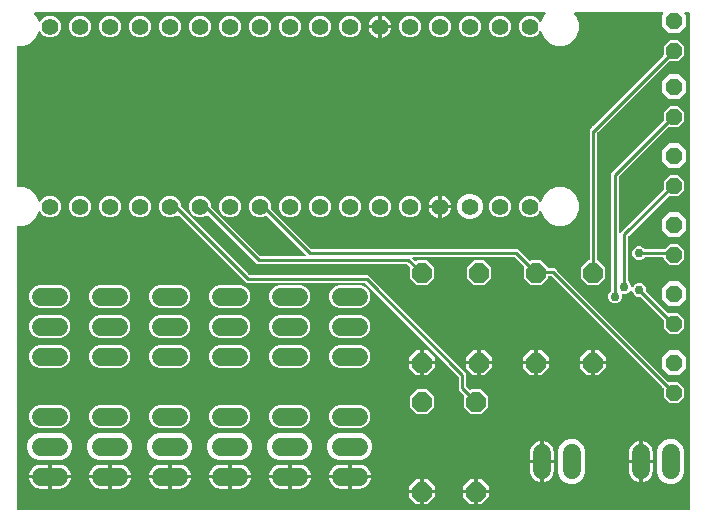
<source format=gbr>
G04 EAGLE Gerber RS-274X export*
G75*
%MOMM*%
%FSLAX34Y34*%
%LPD*%
%INBottom Copper*%
%IPPOS*%
%AMOC8*
5,1,8,0,0,1.08239X$1,22.5*%
G01*
%ADD10C,1.408000*%
%ADD11C,1.524000*%
%ADD12P,1.814519X8X292.500000*%
%ADD13P,1.429621X8X112.500000*%
%ADD14C,1.508000*%
%ADD15C,0.254000*%
%ADD16C,0.756400*%

G36*
X579448Y276864D02*
X579448Y276864D01*
X579467Y276862D01*
X579569Y276884D01*
X579671Y276900D01*
X579688Y276910D01*
X579708Y276914D01*
X579797Y276967D01*
X579888Y277016D01*
X579902Y277030D01*
X579919Y277040D01*
X579986Y277119D01*
X580058Y277194D01*
X580066Y277212D01*
X580079Y277227D01*
X580118Y277323D01*
X580161Y277417D01*
X580163Y277437D01*
X580171Y277455D01*
X580189Y277622D01*
X580189Y696978D01*
X580186Y696998D01*
X580188Y697017D01*
X580166Y697119D01*
X580150Y697221D01*
X580140Y697238D01*
X580136Y697258D01*
X580083Y697347D01*
X580034Y697438D01*
X580020Y697452D01*
X580010Y697469D01*
X579931Y697536D01*
X579856Y697608D01*
X579838Y697616D01*
X579823Y697629D01*
X579727Y697668D01*
X579633Y697711D01*
X579613Y697713D01*
X579595Y697721D01*
X579428Y697739D01*
X576127Y697739D01*
X576056Y697728D01*
X575985Y697726D01*
X575936Y697708D01*
X575884Y697700D01*
X575821Y697666D01*
X575754Y697641D01*
X575713Y697609D01*
X575667Y697584D01*
X575618Y697532D01*
X575562Y697488D01*
X575534Y697444D01*
X575498Y697406D01*
X575467Y697341D01*
X575429Y697281D01*
X575416Y697230D01*
X575394Y697183D01*
X575386Y697112D01*
X575369Y697042D01*
X575373Y696990D01*
X575367Y696939D01*
X575382Y696868D01*
X575388Y696797D01*
X575408Y696749D01*
X575419Y696698D01*
X575456Y696637D01*
X575484Y696571D01*
X575529Y696515D01*
X575545Y696487D01*
X575563Y696472D01*
X575589Y696440D01*
X576835Y695194D01*
X576835Y686566D01*
X570734Y680465D01*
X562106Y680465D01*
X556005Y686566D01*
X556005Y695194D01*
X557251Y696440D01*
X557293Y696498D01*
X557342Y696550D01*
X557364Y696597D01*
X557395Y696639D01*
X557416Y696708D01*
X557446Y696773D01*
X557452Y696825D01*
X557467Y696875D01*
X557465Y696946D01*
X557473Y697017D01*
X557462Y697068D01*
X557461Y697120D01*
X557436Y697188D01*
X557421Y697258D01*
X557394Y697303D01*
X557376Y697351D01*
X557331Y697407D01*
X557295Y697469D01*
X557255Y697503D01*
X557222Y697543D01*
X557162Y697582D01*
X557108Y697629D01*
X557059Y697648D01*
X557016Y697676D01*
X556946Y697694D01*
X556880Y697721D01*
X556808Y697729D01*
X556777Y697737D01*
X556754Y697735D01*
X556713Y697739D01*
X482653Y697739D01*
X482583Y697728D01*
X482511Y697726D01*
X482462Y697708D01*
X482411Y697700D01*
X482347Y697666D01*
X482280Y697641D01*
X482239Y697609D01*
X482193Y697584D01*
X482144Y697532D01*
X482088Y697488D01*
X482060Y697444D01*
X482024Y697406D01*
X481994Y697341D01*
X481955Y697281D01*
X481942Y697230D01*
X481920Y697183D01*
X481912Y697112D01*
X481895Y697042D01*
X481899Y696990D01*
X481893Y696939D01*
X481908Y696868D01*
X481914Y696797D01*
X481934Y696749D01*
X481945Y696698D01*
X481982Y696637D01*
X482010Y696571D01*
X482055Y696515D01*
X482071Y696487D01*
X482089Y696472D01*
X482115Y696440D01*
X483600Y694954D01*
X486061Y689015D01*
X486061Y682585D01*
X483600Y676646D01*
X479054Y672100D01*
X473115Y669639D01*
X466685Y669639D01*
X460746Y672100D01*
X456200Y676646D01*
X454067Y681793D01*
X454030Y681854D01*
X454000Y681920D01*
X453965Y681958D01*
X453938Y682003D01*
X453882Y682048D01*
X453834Y682101D01*
X453788Y682126D01*
X453748Y682159D01*
X453681Y682185D01*
X453618Y682220D01*
X453567Y682229D01*
X453519Y682248D01*
X453447Y682251D01*
X453376Y682263D01*
X453325Y682256D01*
X453273Y682258D01*
X453204Y682238D01*
X453133Y682228D01*
X453087Y682204D01*
X453037Y682189D01*
X452978Y682149D01*
X452914Y682116D01*
X452877Y682079D01*
X452835Y682049D01*
X452792Y681992D01*
X452742Y681940D01*
X452707Y681878D01*
X452688Y681852D01*
X452681Y681830D01*
X452661Y681793D01*
X452191Y680661D01*
X449639Y678109D01*
X446305Y676727D01*
X442695Y676727D01*
X439361Y678109D01*
X436809Y680661D01*
X435427Y683995D01*
X435427Y687605D01*
X436809Y690939D01*
X439361Y693491D01*
X442695Y694873D01*
X446305Y694873D01*
X449639Y693491D01*
X452191Y690939D01*
X452661Y689807D01*
X452699Y689746D01*
X452728Y689680D01*
X452763Y689642D01*
X452790Y689597D01*
X452846Y689552D01*
X452894Y689499D01*
X452940Y689474D01*
X452980Y689441D01*
X453047Y689415D01*
X453110Y689380D01*
X453161Y689371D01*
X453209Y689352D01*
X453281Y689349D01*
X453352Y689337D01*
X453403Y689344D01*
X453455Y689342D01*
X453524Y689362D01*
X453595Y689372D01*
X453641Y689396D01*
X453691Y689411D01*
X453750Y689451D01*
X453814Y689484D01*
X453851Y689521D01*
X453893Y689551D01*
X453936Y689608D01*
X453986Y689660D01*
X454021Y689722D01*
X454040Y689748D01*
X454047Y689770D01*
X454067Y689807D01*
X456200Y694954D01*
X457685Y696440D01*
X457727Y696498D01*
X457776Y696550D01*
X457798Y696597D01*
X457829Y696639D01*
X457850Y696708D01*
X457880Y696773D01*
X457886Y696825D01*
X457901Y696875D01*
X457899Y696946D01*
X457907Y697017D01*
X457896Y697068D01*
X457895Y697120D01*
X457870Y697188D01*
X457855Y697258D01*
X457828Y697303D01*
X457810Y697351D01*
X457765Y697407D01*
X457729Y697469D01*
X457689Y697503D01*
X457656Y697543D01*
X457596Y697582D01*
X457542Y697629D01*
X457493Y697648D01*
X457449Y697676D01*
X457380Y697694D01*
X457313Y697721D01*
X457242Y697729D01*
X457211Y697737D01*
X457188Y697735D01*
X457147Y697739D01*
X25453Y697739D01*
X25383Y697728D01*
X25311Y697726D01*
X25262Y697708D01*
X25211Y697700D01*
X25147Y697666D01*
X25080Y697641D01*
X25039Y697609D01*
X24993Y697584D01*
X24944Y697532D01*
X24888Y697488D01*
X24860Y697444D01*
X24824Y697406D01*
X24794Y697341D01*
X24755Y697281D01*
X24742Y697230D01*
X24720Y697183D01*
X24712Y697112D01*
X24695Y697042D01*
X24699Y696990D01*
X24693Y696939D01*
X24708Y696868D01*
X24714Y696797D01*
X24734Y696749D01*
X24745Y696698D01*
X24782Y696637D01*
X24810Y696571D01*
X24855Y696515D01*
X24871Y696487D01*
X24889Y696472D01*
X24915Y696440D01*
X26400Y694954D01*
X28533Y689807D01*
X28570Y689746D01*
X28600Y689680D01*
X28635Y689642D01*
X28662Y689597D01*
X28718Y689552D01*
X28766Y689499D01*
X28812Y689474D01*
X28852Y689441D01*
X28919Y689415D01*
X28982Y689380D01*
X29033Y689371D01*
X29081Y689352D01*
X29153Y689349D01*
X29224Y689337D01*
X29275Y689344D01*
X29327Y689342D01*
X29396Y689362D01*
X29467Y689372D01*
X29513Y689396D01*
X29563Y689411D01*
X29622Y689451D01*
X29686Y689484D01*
X29723Y689521D01*
X29765Y689551D01*
X29808Y689608D01*
X29858Y689660D01*
X29893Y689722D01*
X29912Y689748D01*
X29919Y689770D01*
X29939Y689807D01*
X30409Y690939D01*
X32961Y693491D01*
X36295Y694873D01*
X39905Y694873D01*
X43239Y693491D01*
X45791Y690939D01*
X47173Y687605D01*
X47173Y683995D01*
X45791Y680661D01*
X43239Y678109D01*
X39905Y676727D01*
X36295Y676727D01*
X32961Y678109D01*
X30409Y680661D01*
X29939Y681793D01*
X29901Y681854D01*
X29872Y681920D01*
X29837Y681958D01*
X29810Y682003D01*
X29754Y682048D01*
X29706Y682101D01*
X29660Y682126D01*
X29620Y682159D01*
X29553Y682185D01*
X29490Y682220D01*
X29439Y682229D01*
X29391Y682248D01*
X29319Y682251D01*
X29248Y682263D01*
X29197Y682256D01*
X29145Y682258D01*
X29076Y682238D01*
X29005Y682228D01*
X28959Y682204D01*
X28909Y682189D01*
X28850Y682149D01*
X28786Y682116D01*
X28749Y682079D01*
X28707Y682049D01*
X28664Y681992D01*
X28614Y681940D01*
X28579Y681878D01*
X28560Y681852D01*
X28553Y681830D01*
X28533Y681793D01*
X26400Y676646D01*
X21854Y672100D01*
X15915Y669639D01*
X10922Y669639D01*
X10902Y669636D01*
X10883Y669638D01*
X10781Y669616D01*
X10679Y669600D01*
X10662Y669590D01*
X10642Y669586D01*
X10553Y669533D01*
X10462Y669484D01*
X10448Y669470D01*
X10431Y669460D01*
X10364Y669381D01*
X10292Y669306D01*
X10284Y669288D01*
X10271Y669273D01*
X10232Y669177D01*
X10189Y669083D01*
X10187Y669063D01*
X10179Y669045D01*
X10161Y668878D01*
X10161Y550322D01*
X10164Y550302D01*
X10162Y550283D01*
X10184Y550181D01*
X10200Y550079D01*
X10210Y550062D01*
X10214Y550042D01*
X10267Y549953D01*
X10316Y549862D01*
X10330Y549848D01*
X10340Y549831D01*
X10419Y549764D01*
X10494Y549692D01*
X10512Y549684D01*
X10527Y549671D01*
X10623Y549632D01*
X10717Y549589D01*
X10737Y549587D01*
X10755Y549579D01*
X10922Y549561D01*
X15915Y549561D01*
X21854Y547100D01*
X26400Y542554D01*
X28533Y537407D01*
X28570Y537346D01*
X28600Y537280D01*
X28635Y537242D01*
X28662Y537197D01*
X28718Y537152D01*
X28766Y537099D01*
X28812Y537074D01*
X28852Y537041D01*
X28919Y537015D01*
X28982Y536980D01*
X29033Y536971D01*
X29081Y536952D01*
X29153Y536949D01*
X29224Y536937D01*
X29275Y536944D01*
X29327Y536942D01*
X29396Y536962D01*
X29467Y536972D01*
X29513Y536996D01*
X29563Y537011D01*
X29622Y537051D01*
X29686Y537084D01*
X29723Y537121D01*
X29765Y537151D01*
X29808Y537208D01*
X29858Y537260D01*
X29893Y537322D01*
X29912Y537348D01*
X29919Y537370D01*
X29939Y537407D01*
X30409Y538539D01*
X32961Y541091D01*
X36295Y542473D01*
X39905Y542473D01*
X43239Y541091D01*
X45791Y538539D01*
X47173Y535205D01*
X47173Y531595D01*
X45791Y528261D01*
X43239Y525709D01*
X39905Y524327D01*
X36295Y524327D01*
X32961Y525709D01*
X30409Y528261D01*
X29939Y529393D01*
X29901Y529454D01*
X29872Y529520D01*
X29837Y529558D01*
X29810Y529603D01*
X29754Y529648D01*
X29706Y529701D01*
X29660Y529726D01*
X29620Y529759D01*
X29553Y529785D01*
X29490Y529820D01*
X29439Y529829D01*
X29391Y529848D01*
X29319Y529851D01*
X29248Y529863D01*
X29197Y529856D01*
X29145Y529858D01*
X29076Y529838D01*
X29005Y529828D01*
X28959Y529804D01*
X28909Y529789D01*
X28850Y529749D01*
X28786Y529716D01*
X28749Y529679D01*
X28707Y529649D01*
X28664Y529592D01*
X28614Y529540D01*
X28579Y529478D01*
X28560Y529452D01*
X28553Y529430D01*
X28533Y529393D01*
X26400Y524246D01*
X21854Y519700D01*
X15915Y517239D01*
X10922Y517239D01*
X10902Y517236D01*
X10883Y517238D01*
X10781Y517216D01*
X10679Y517200D01*
X10662Y517190D01*
X10642Y517186D01*
X10553Y517133D01*
X10462Y517084D01*
X10448Y517070D01*
X10431Y517060D01*
X10364Y516981D01*
X10292Y516906D01*
X10284Y516888D01*
X10271Y516873D01*
X10232Y516777D01*
X10189Y516683D01*
X10187Y516663D01*
X10179Y516645D01*
X10161Y516478D01*
X10161Y277622D01*
X10164Y277602D01*
X10162Y277583D01*
X10184Y277481D01*
X10200Y277379D01*
X10210Y277362D01*
X10214Y277342D01*
X10267Y277253D01*
X10316Y277162D01*
X10330Y277148D01*
X10340Y277131D01*
X10419Y277064D01*
X10494Y276992D01*
X10512Y276984D01*
X10527Y276971D01*
X10623Y276932D01*
X10717Y276889D01*
X10737Y276887D01*
X10755Y276879D01*
X10922Y276861D01*
X579428Y276861D01*
X579448Y276864D01*
G37*
%LPC*%
G36*
X562843Y367283D02*
X562843Y367283D01*
X557783Y372343D01*
X557783Y379063D01*
X557769Y379153D01*
X557761Y379244D01*
X557749Y379273D01*
X557744Y379305D01*
X557701Y379386D01*
X557665Y379470D01*
X557639Y379502D01*
X557628Y379523D01*
X557605Y379545D01*
X557560Y379601D01*
X462913Y474248D01*
X462839Y474301D01*
X462770Y474361D01*
X462739Y474373D01*
X462713Y474392D01*
X462626Y474419D01*
X462541Y474453D01*
X462500Y474457D01*
X462478Y474464D01*
X462446Y474463D01*
X462375Y474471D01*
X460756Y474471D01*
X460736Y474468D01*
X460717Y474470D01*
X460615Y474448D01*
X460513Y474432D01*
X460496Y474422D01*
X460476Y474418D01*
X460387Y474365D01*
X460296Y474316D01*
X460282Y474302D01*
X460265Y474292D01*
X460198Y474213D01*
X460126Y474138D01*
X460118Y474120D01*
X460105Y474105D01*
X460066Y474009D01*
X460023Y473915D01*
X460021Y473895D01*
X460013Y473877D01*
X459995Y473710D01*
X459995Y473206D01*
X453894Y467105D01*
X445266Y467105D01*
X439165Y473206D01*
X439165Y481834D01*
X439278Y481947D01*
X439290Y481963D01*
X439306Y481976D01*
X439362Y482063D01*
X439422Y482147D01*
X439428Y482166D01*
X439439Y482183D01*
X439464Y482283D01*
X439494Y482382D01*
X439494Y482402D01*
X439499Y482421D01*
X439491Y482524D01*
X439488Y482628D01*
X439481Y482647D01*
X439480Y482666D01*
X439439Y482761D01*
X439404Y482859D01*
X439391Y482874D01*
X439383Y482893D01*
X439279Y483024D01*
X432052Y490250D01*
X431978Y490303D01*
X431909Y490363D01*
X431878Y490375D01*
X431852Y490394D01*
X431765Y490421D01*
X431680Y490455D01*
X431639Y490459D01*
X431617Y490466D01*
X431585Y490465D01*
X431514Y490473D01*
X345853Y490473D01*
X345783Y490462D01*
X345711Y490460D01*
X345662Y490442D01*
X345611Y490434D01*
X345547Y490400D01*
X345480Y490375D01*
X345439Y490343D01*
X345393Y490318D01*
X345344Y490266D01*
X345288Y490222D01*
X345260Y490178D01*
X345224Y490140D01*
X345194Y490075D01*
X345155Y490015D01*
X345142Y489964D01*
X345120Y489917D01*
X345112Y489846D01*
X345095Y489776D01*
X345099Y489724D01*
X345093Y489673D01*
X345108Y489602D01*
X345114Y489531D01*
X345134Y489483D01*
X345145Y489432D01*
X345182Y489371D01*
X345210Y489305D01*
X345255Y489249D01*
X345272Y489221D01*
X345289Y489206D01*
X345315Y489174D01*
X347112Y487377D01*
X347128Y487365D01*
X347140Y487350D01*
X347227Y487294D01*
X347312Y487233D01*
X347331Y487228D01*
X347347Y487217D01*
X347448Y487192D01*
X347547Y487161D01*
X347567Y487162D01*
X347586Y487157D01*
X347689Y487165D01*
X347793Y487167D01*
X347811Y487174D01*
X347831Y487176D01*
X347926Y487216D01*
X348024Y487252D01*
X348039Y487264D01*
X348057Y487272D01*
X348188Y487377D01*
X348746Y487935D01*
X357374Y487935D01*
X363475Y481834D01*
X363475Y473206D01*
X357374Y467105D01*
X348746Y467105D01*
X342645Y473206D01*
X342645Y482026D01*
X342657Y482064D01*
X342656Y482084D01*
X342661Y482104D01*
X342653Y482206D01*
X342651Y482310D01*
X342644Y482329D01*
X342642Y482349D01*
X342602Y482444D01*
X342566Y482541D01*
X342554Y482557D01*
X342546Y482575D01*
X342441Y482706D01*
X340612Y484535D01*
X340538Y484588D01*
X340469Y484648D01*
X340438Y484660D01*
X340412Y484679D01*
X340325Y484706D01*
X340240Y484740D01*
X340199Y484744D01*
X340177Y484751D01*
X340145Y484750D01*
X340074Y484758D01*
X213516Y484758D01*
X211358Y486916D01*
X171941Y526333D01*
X171925Y526345D01*
X171912Y526361D01*
X171848Y526402D01*
X171803Y526440D01*
X171778Y526450D01*
X171741Y526477D01*
X171722Y526483D01*
X171705Y526494D01*
X171613Y526517D01*
X171575Y526532D01*
X171554Y526535D01*
X171506Y526549D01*
X171486Y526549D01*
X171467Y526554D01*
X171417Y526550D01*
X171408Y526551D01*
X171397Y526551D01*
X171368Y526546D01*
X171364Y526546D01*
X171260Y526543D01*
X171241Y526536D01*
X171222Y526535D01*
X171174Y526514D01*
X171154Y526511D01*
X171113Y526489D01*
X171029Y526459D01*
X171013Y526446D01*
X170995Y526438D01*
X170953Y526405D01*
X170937Y526396D01*
X170919Y526377D01*
X170864Y526333D01*
X170239Y525709D01*
X166905Y524327D01*
X163295Y524327D01*
X159961Y525709D01*
X157409Y528261D01*
X156027Y531595D01*
X156027Y535205D01*
X157409Y538539D01*
X159961Y541091D01*
X163295Y542473D01*
X166905Y542473D01*
X170239Y541091D01*
X172791Y538539D01*
X174173Y535205D01*
X174173Y533758D01*
X174187Y533668D01*
X174195Y533577D01*
X174207Y533548D01*
X174212Y533516D01*
X174255Y533435D01*
X174291Y533351D01*
X174317Y533319D01*
X174328Y533298D01*
X174351Y533276D01*
X174396Y533220D01*
X216029Y491587D01*
X216103Y491534D01*
X216172Y491474D01*
X216203Y491462D01*
X216229Y491443D01*
X216316Y491416D01*
X216401Y491382D01*
X216442Y491378D01*
X216464Y491371D01*
X216496Y491372D01*
X216567Y491364D01*
X254222Y491364D01*
X254292Y491375D01*
X254364Y491377D01*
X254413Y491395D01*
X254464Y491403D01*
X254528Y491437D01*
X254595Y491462D01*
X254636Y491494D01*
X254682Y491519D01*
X254731Y491570D01*
X254787Y491615D01*
X254815Y491659D01*
X254851Y491697D01*
X254881Y491762D01*
X254920Y491822D01*
X254933Y491873D01*
X254955Y491920D01*
X254963Y491991D01*
X254980Y492061D01*
X254976Y492113D01*
X254982Y492164D01*
X254967Y492235D01*
X254961Y492306D01*
X254941Y492354D01*
X254930Y492405D01*
X254893Y492466D01*
X254865Y492532D01*
X254820Y492588D01*
X254803Y492616D01*
X254786Y492631D01*
X254760Y492663D01*
X221877Y525547D01*
X221783Y525614D01*
X221688Y525685D01*
X221682Y525687D01*
X221677Y525690D01*
X221566Y525724D01*
X221454Y525761D01*
X221448Y525761D01*
X221442Y525763D01*
X221325Y525760D01*
X221208Y525758D01*
X221201Y525756D01*
X221196Y525756D01*
X221178Y525750D01*
X221047Y525712D01*
X217705Y524327D01*
X214095Y524327D01*
X210761Y525709D01*
X208209Y528261D01*
X206827Y531595D01*
X206827Y535205D01*
X208209Y538539D01*
X210761Y541091D01*
X214095Y542473D01*
X217705Y542473D01*
X221039Y541091D01*
X223591Y538539D01*
X224973Y535205D01*
X224973Y532107D01*
X224987Y532017D01*
X224995Y531926D01*
X225007Y531897D01*
X225012Y531865D01*
X225055Y531784D01*
X225091Y531700D01*
X225117Y531668D01*
X225128Y531647D01*
X225151Y531625D01*
X225196Y531569D01*
X259463Y497302D01*
X259537Y497249D01*
X259606Y497189D01*
X259637Y497177D01*
X259663Y497158D01*
X259750Y497131D01*
X259835Y497097D01*
X259876Y497093D01*
X259898Y497086D01*
X259930Y497087D01*
X260001Y497079D01*
X434565Y497079D01*
X443949Y487694D01*
X443966Y487683D01*
X443978Y487667D01*
X444065Y487611D01*
X444149Y487551D01*
X444168Y487545D01*
X444185Y487534D01*
X444285Y487509D01*
X444384Y487479D01*
X444404Y487479D01*
X444423Y487474D01*
X444526Y487482D01*
X444630Y487485D01*
X444649Y487492D01*
X444669Y487493D01*
X444764Y487534D01*
X444861Y487569D01*
X444877Y487582D01*
X444895Y487590D01*
X445026Y487694D01*
X445266Y487935D01*
X453894Y487935D01*
X459996Y481833D01*
X459998Y481818D01*
X459996Y481799D01*
X460018Y481697D01*
X460034Y481595D01*
X460044Y481578D01*
X460048Y481558D01*
X460101Y481469D01*
X460150Y481378D01*
X460164Y481364D01*
X460174Y481347D01*
X460253Y481280D01*
X460328Y481208D01*
X460346Y481200D01*
X460361Y481187D01*
X460457Y481148D01*
X460551Y481105D01*
X460571Y481103D01*
X460589Y481095D01*
X460756Y481077D01*
X465426Y481077D01*
X467584Y478919D01*
X561856Y384647D01*
X561872Y384635D01*
X561885Y384619D01*
X561972Y384563D01*
X562056Y384503D01*
X562075Y384497D01*
X562092Y384487D01*
X562192Y384461D01*
X562291Y384431D01*
X562311Y384431D01*
X562330Y384426D01*
X562433Y384435D01*
X562537Y384437D01*
X562555Y384444D01*
X562575Y384446D01*
X562671Y384486D01*
X562768Y384522D01*
X562783Y384534D01*
X562802Y384542D01*
X562820Y384557D01*
X569997Y384557D01*
X575057Y379497D01*
X575057Y372343D01*
X569997Y367283D01*
X562843Y367283D01*
G37*
%LPD*%
%LPC*%
G36*
X562843Y425703D02*
X562843Y425703D01*
X557783Y430763D01*
X557783Y437356D01*
X557769Y437446D01*
X557761Y437537D01*
X557749Y437566D01*
X557744Y437598D01*
X557701Y437679D01*
X557665Y437763D01*
X557639Y437795D01*
X557628Y437816D01*
X557605Y437838D01*
X557560Y437894D01*
X538577Y456877D01*
X538503Y456930D01*
X538434Y456990D01*
X538403Y457002D01*
X538377Y457021D01*
X538290Y457048D01*
X538205Y457082D01*
X538164Y457086D01*
X538142Y457093D01*
X538110Y457092D01*
X538039Y457100D01*
X536053Y457100D01*
X533916Y457986D01*
X532281Y459621D01*
X531395Y461758D01*
X531395Y462495D01*
X531380Y462591D01*
X531370Y462688D01*
X531360Y462712D01*
X531356Y462738D01*
X531310Y462824D01*
X531270Y462913D01*
X531253Y462932D01*
X531240Y462955D01*
X531170Y463022D01*
X531104Y463094D01*
X531081Y463107D01*
X531062Y463125D01*
X530974Y463166D01*
X530888Y463213D01*
X530863Y463217D01*
X530839Y463228D01*
X530742Y463239D01*
X530646Y463256D01*
X530620Y463253D01*
X530595Y463255D01*
X530500Y463235D01*
X530403Y463221D01*
X530380Y463209D01*
X530354Y463203D01*
X530270Y463153D01*
X530184Y463109D01*
X530166Y463090D01*
X530143Y463077D01*
X530080Y463003D01*
X530012Y462933D01*
X529996Y462905D01*
X529983Y462890D01*
X529971Y462859D01*
X529931Y462787D01*
X529566Y461907D01*
X527931Y460272D01*
X525794Y459386D01*
X523480Y459386D01*
X523421Y459411D01*
X523351Y459427D01*
X523284Y459453D01*
X523232Y459455D01*
X523181Y459467D01*
X523110Y459460D01*
X523038Y459464D01*
X522988Y459449D01*
X522936Y459444D01*
X522871Y459415D01*
X522802Y459395D01*
X522759Y459365D01*
X522712Y459344D01*
X522659Y459296D01*
X522600Y459255D01*
X522569Y459213D01*
X522530Y459178D01*
X522496Y459115D01*
X522453Y459057D01*
X522437Y459008D01*
X522412Y458962D01*
X522399Y458892D01*
X522377Y458823D01*
X522377Y458771D01*
X522368Y458720D01*
X522379Y458649D01*
X522379Y458578D01*
X522399Y458509D01*
X522404Y458477D01*
X522415Y458456D01*
X522426Y458416D01*
X522451Y458357D01*
X522451Y456043D01*
X521565Y453906D01*
X519930Y452271D01*
X517793Y451385D01*
X515479Y451385D01*
X513342Y452271D01*
X511707Y453906D01*
X510821Y456043D01*
X510821Y458357D01*
X511707Y460494D01*
X513110Y461898D01*
X513163Y461972D01*
X513223Y462041D01*
X513235Y462071D01*
X513254Y462097D01*
X513281Y462184D01*
X513315Y462269D01*
X513319Y462310D01*
X513326Y462332D01*
X513325Y462365D01*
X513333Y462436D01*
X513333Y561438D01*
X557560Y605665D01*
X557613Y605739D01*
X557673Y605808D01*
X557685Y605839D01*
X557704Y605865D01*
X557731Y605952D01*
X557765Y606037D01*
X557769Y606078D01*
X557776Y606100D01*
X557775Y606132D01*
X557783Y606203D01*
X557783Y613177D01*
X562843Y618237D01*
X569997Y618237D01*
X575057Y613177D01*
X575057Y606023D01*
X569997Y600963D01*
X562598Y600963D01*
X562586Y600967D01*
X562544Y600963D01*
X562527Y600963D01*
X562512Y600961D01*
X562484Y600959D01*
X562381Y600956D01*
X562361Y600949D01*
X562340Y600947D01*
X562246Y600907D01*
X562150Y600872D01*
X562133Y600859D01*
X562114Y600851D01*
X561983Y600746D01*
X520162Y558925D01*
X520109Y558851D01*
X520049Y558782D01*
X520037Y558751D01*
X520018Y558725D01*
X519991Y558638D01*
X519957Y558553D01*
X519953Y558512D01*
X519946Y558490D01*
X519947Y558458D01*
X519939Y558387D01*
X519939Y511588D01*
X519950Y511518D01*
X519952Y511446D01*
X519970Y511397D01*
X519978Y511346D01*
X520012Y511282D01*
X520037Y511215D01*
X520069Y511174D01*
X520094Y511128D01*
X520146Y511079D01*
X520190Y511023D01*
X520234Y510995D01*
X520272Y510959D01*
X520337Y510929D01*
X520397Y510890D01*
X520448Y510877D01*
X520495Y510855D01*
X520566Y510847D01*
X520636Y510830D01*
X520688Y510834D01*
X520739Y510828D01*
X520810Y510843D01*
X520881Y510849D01*
X520929Y510869D01*
X520980Y510880D01*
X521041Y510917D01*
X521107Y510945D01*
X521163Y510990D01*
X521191Y511007D01*
X521206Y511024D01*
X521238Y511050D01*
X523492Y513304D01*
X557560Y547372D01*
X557613Y547446D01*
X557673Y547515D01*
X557685Y547546D01*
X557704Y547572D01*
X557731Y547659D01*
X557765Y547744D01*
X557769Y547785D01*
X557776Y547807D01*
X557775Y547839D01*
X557783Y547910D01*
X557783Y554757D01*
X562843Y559817D01*
X569997Y559817D01*
X575057Y554757D01*
X575057Y547603D01*
X569997Y542543D01*
X562771Y542543D01*
X562761Y542550D01*
X562660Y542575D01*
X562561Y542606D01*
X562541Y542605D01*
X562522Y542610D01*
X562419Y542602D01*
X562316Y542599D01*
X562297Y542592D01*
X562277Y542591D01*
X562182Y542550D01*
X562085Y542515D01*
X562069Y542502D01*
X562050Y542495D01*
X561920Y542390D01*
X528163Y508633D01*
X528110Y508559D01*
X528050Y508490D01*
X528038Y508459D01*
X528019Y508433D01*
X527992Y508346D01*
X527958Y508261D01*
X527954Y508220D01*
X527947Y508198D01*
X527948Y508166D01*
X527940Y508095D01*
X527940Y470437D01*
X527954Y470347D01*
X527962Y470256D01*
X527974Y470226D01*
X527979Y470194D01*
X528022Y470113D01*
X528058Y470030D01*
X528084Y469997D01*
X528095Y469977D01*
X528118Y469955D01*
X528163Y469899D01*
X529566Y468495D01*
X530452Y466358D01*
X530452Y465621D01*
X530453Y465613D01*
X530453Y465611D01*
X530455Y465601D01*
X530467Y465525D01*
X530477Y465428D01*
X530487Y465404D01*
X530491Y465378D01*
X530537Y465292D01*
X530577Y465203D01*
X530594Y465184D01*
X530607Y465161D01*
X530677Y465094D01*
X530743Y465022D01*
X530766Y465009D01*
X530785Y464991D01*
X530873Y464950D01*
X530959Y464903D01*
X530984Y464899D01*
X531008Y464888D01*
X531105Y464877D01*
X531201Y464860D01*
X531227Y464863D01*
X531252Y464861D01*
X531347Y464881D01*
X531444Y464895D01*
X531467Y464907D01*
X531493Y464913D01*
X531577Y464963D01*
X531663Y465007D01*
X531681Y465026D01*
X531704Y465039D01*
X531767Y465113D01*
X531835Y465183D01*
X531851Y465211D01*
X531864Y465226D01*
X531876Y465257D01*
X531916Y465329D01*
X532281Y466209D01*
X533916Y467844D01*
X536053Y468730D01*
X538367Y468730D01*
X540504Y467844D01*
X542139Y466209D01*
X543025Y464072D01*
X543025Y462086D01*
X543039Y461996D01*
X543047Y461905D01*
X543059Y461876D01*
X543064Y461844D01*
X543107Y461763D01*
X543143Y461679D01*
X543169Y461647D01*
X543180Y461626D01*
X543203Y461604D01*
X543248Y461548D01*
X561793Y443003D01*
X561809Y442992D01*
X561821Y442976D01*
X561909Y442920D01*
X561992Y442860D01*
X562011Y442854D01*
X562028Y442843D01*
X562129Y442818D01*
X562227Y442787D01*
X562247Y442788D01*
X562267Y442783D01*
X562370Y442791D01*
X562473Y442794D01*
X562492Y442801D01*
X562512Y442802D01*
X562607Y442843D01*
X562704Y442878D01*
X562720Y442891D01*
X562738Y442898D01*
X562836Y442977D01*
X569997Y442977D01*
X575057Y437917D01*
X575057Y430763D01*
X569997Y425703D01*
X562843Y425703D01*
G37*
%LPD*%
%LPC*%
G36*
X394466Y357885D02*
X394466Y357885D01*
X388365Y363986D01*
X388365Y372614D01*
X388479Y372727D01*
X388490Y372743D01*
X388506Y372756D01*
X388562Y372843D01*
X388622Y372927D01*
X388628Y372946D01*
X388639Y372963D01*
X388664Y373063D01*
X388694Y373162D01*
X388694Y373182D01*
X388699Y373201D01*
X388691Y373304D01*
X388688Y373408D01*
X388681Y373427D01*
X388680Y373446D01*
X388639Y373541D01*
X388604Y373639D01*
X388591Y373655D01*
X388583Y373673D01*
X388479Y373804D01*
X384174Y378108D01*
X384174Y389223D01*
X384160Y389313D01*
X384152Y389404D01*
X384140Y389433D01*
X384135Y389465D01*
X384092Y389546D01*
X384056Y389630D01*
X384030Y389662D01*
X384019Y389683D01*
X383996Y389705D01*
X383951Y389761D01*
X305179Y468533D01*
X305105Y468586D01*
X305036Y468646D01*
X305005Y468658D01*
X304979Y468677D01*
X304892Y468704D01*
X304807Y468738D01*
X304766Y468742D01*
X304744Y468749D01*
X304712Y468748D01*
X304641Y468756D01*
X204372Y468756D01*
X202214Y470914D01*
X146668Y526460D01*
X146652Y526472D01*
X146639Y526488D01*
X146552Y526544D01*
X146468Y526604D01*
X146449Y526610D01*
X146432Y526621D01*
X146332Y526646D01*
X146233Y526676D01*
X146213Y526676D01*
X146194Y526681D01*
X146091Y526673D01*
X145987Y526670D01*
X145968Y526663D01*
X145949Y526662D01*
X145854Y526621D01*
X145756Y526586D01*
X145740Y526573D01*
X145722Y526565D01*
X145591Y526460D01*
X144839Y525709D01*
X141505Y524327D01*
X137895Y524327D01*
X134561Y525709D01*
X132009Y528261D01*
X130627Y531595D01*
X130627Y535205D01*
X132009Y538539D01*
X134561Y541091D01*
X137895Y542473D01*
X141505Y542473D01*
X144839Y541091D01*
X147391Y538539D01*
X148773Y535205D01*
X148773Y534012D01*
X148787Y533922D01*
X148795Y533831D01*
X148807Y533802D01*
X148812Y533770D01*
X148855Y533689D01*
X148891Y533605D01*
X148917Y533573D01*
X148928Y533552D01*
X148951Y533530D01*
X148996Y533474D01*
X206885Y475585D01*
X206959Y475532D01*
X207028Y475472D01*
X207059Y475460D01*
X207085Y475441D01*
X207172Y475414D01*
X207257Y475380D01*
X207298Y475376D01*
X207320Y475369D01*
X207352Y475370D01*
X207423Y475362D01*
X307692Y475362D01*
X390780Y392274D01*
X390780Y381159D01*
X390794Y381069D01*
X390802Y380978D01*
X390814Y380949D01*
X390819Y380917D01*
X390839Y380881D01*
X390840Y380872D01*
X390862Y380835D01*
X390898Y380752D01*
X390924Y380720D01*
X390935Y380699D01*
X390956Y380679D01*
X390967Y380661D01*
X390980Y380650D01*
X391003Y380621D01*
X393149Y378474D01*
X393165Y378463D01*
X393178Y378447D01*
X393265Y378391D01*
X393349Y378331D01*
X393368Y378325D01*
X393385Y378314D01*
X393485Y378289D01*
X393584Y378259D01*
X393604Y378259D01*
X393623Y378254D01*
X393726Y378262D01*
X393830Y378265D01*
X393849Y378272D01*
X393869Y378273D01*
X393963Y378314D01*
X394061Y378349D01*
X394077Y378362D01*
X394095Y378370D01*
X394226Y378474D01*
X394466Y378715D01*
X403094Y378715D01*
X409195Y372614D01*
X409195Y363986D01*
X403094Y357885D01*
X394466Y357885D01*
G37*
%LPD*%
%LPC*%
G36*
X493526Y467105D02*
X493526Y467105D01*
X487425Y473206D01*
X487425Y481834D01*
X493526Y487935D01*
X494284Y487935D01*
X494304Y487938D01*
X494323Y487936D01*
X494425Y487958D01*
X494527Y487974D01*
X494544Y487984D01*
X494564Y487988D01*
X494653Y488041D01*
X494744Y488090D01*
X494758Y488104D01*
X494775Y488114D01*
X494842Y488193D01*
X494914Y488268D01*
X494922Y488286D01*
X494935Y488301D01*
X494974Y488397D01*
X495017Y488491D01*
X495019Y488511D01*
X495027Y488529D01*
X495045Y488696D01*
X495045Y599157D01*
X496980Y601092D01*
X497046Y601092D01*
X497136Y601106D01*
X497227Y601114D01*
X497256Y601126D01*
X497288Y601131D01*
X497369Y601174D01*
X497453Y601210D01*
X497485Y601236D01*
X497506Y601247D01*
X497528Y601270D01*
X497584Y601315D01*
X557560Y661291D01*
X557613Y661365D01*
X557673Y661434D01*
X557685Y661465D01*
X557704Y661491D01*
X557731Y661578D01*
X557765Y661663D01*
X557769Y661704D01*
X557776Y661726D01*
X557775Y661758D01*
X557783Y661829D01*
X557783Y669057D01*
X562843Y674117D01*
X569997Y674117D01*
X575057Y669057D01*
X575057Y661903D01*
X569997Y656843D01*
X562769Y656843D01*
X562679Y656829D01*
X562588Y656821D01*
X562559Y656809D01*
X562527Y656804D01*
X562446Y656761D01*
X562362Y656725D01*
X562330Y656699D01*
X562309Y656688D01*
X562287Y656665D01*
X562231Y656620D01*
X501874Y596263D01*
X501821Y596189D01*
X501761Y596120D01*
X501749Y596089D01*
X501730Y596063D01*
X501703Y595976D01*
X501669Y595891D01*
X501665Y595850D01*
X501658Y595828D01*
X501659Y595796D01*
X501651Y595725D01*
X501651Y488696D01*
X501654Y488676D01*
X501652Y488657D01*
X501674Y488555D01*
X501690Y488453D01*
X501700Y488436D01*
X501704Y488416D01*
X501757Y488327D01*
X501806Y488236D01*
X501820Y488222D01*
X501830Y488205D01*
X501909Y488138D01*
X501984Y488066D01*
X502002Y488058D01*
X502017Y488045D01*
X502061Y488027D01*
X508255Y481834D01*
X508255Y473206D01*
X502154Y467105D01*
X493526Y467105D01*
G37*
%LPD*%
%LPC*%
G36*
X466685Y517239D02*
X466685Y517239D01*
X460746Y519700D01*
X456200Y524246D01*
X454067Y529393D01*
X454030Y529454D01*
X454000Y529520D01*
X453965Y529558D01*
X453938Y529603D01*
X453882Y529648D01*
X453834Y529701D01*
X453788Y529726D01*
X453748Y529759D01*
X453681Y529785D01*
X453618Y529820D01*
X453567Y529829D01*
X453519Y529848D01*
X453447Y529851D01*
X453376Y529863D01*
X453325Y529856D01*
X453273Y529858D01*
X453204Y529838D01*
X453133Y529828D01*
X453087Y529804D01*
X453037Y529789D01*
X452978Y529749D01*
X452914Y529716D01*
X452877Y529679D01*
X452835Y529649D01*
X452792Y529592D01*
X452742Y529540D01*
X452707Y529478D01*
X452688Y529452D01*
X452681Y529430D01*
X452661Y529393D01*
X452191Y528261D01*
X449639Y525709D01*
X446305Y524327D01*
X442695Y524327D01*
X439361Y525709D01*
X436809Y528261D01*
X435427Y531595D01*
X435427Y535205D01*
X436809Y538539D01*
X439361Y541091D01*
X442695Y542473D01*
X446305Y542473D01*
X449639Y541091D01*
X452191Y538539D01*
X452661Y537407D01*
X452699Y537346D01*
X452728Y537280D01*
X452763Y537242D01*
X452790Y537197D01*
X452846Y537152D01*
X452894Y537099D01*
X452940Y537074D01*
X452980Y537041D01*
X453047Y537015D01*
X453110Y536980D01*
X453161Y536971D01*
X453209Y536952D01*
X453281Y536949D01*
X453352Y536937D01*
X453403Y536944D01*
X453455Y536942D01*
X453524Y536962D01*
X453595Y536972D01*
X453641Y536996D01*
X453691Y537011D01*
X453750Y537051D01*
X453814Y537084D01*
X453851Y537121D01*
X453893Y537151D01*
X453936Y537208D01*
X453986Y537260D01*
X454021Y537322D01*
X454040Y537348D01*
X454047Y537370D01*
X454067Y537407D01*
X456200Y542554D01*
X460746Y547100D01*
X466685Y549561D01*
X473115Y549561D01*
X479054Y547100D01*
X483600Y542554D01*
X486061Y536615D01*
X486061Y530185D01*
X483600Y524246D01*
X479054Y519700D01*
X473115Y517239D01*
X466685Y517239D01*
G37*
%LPD*%
%LPC*%
G36*
X282206Y318769D02*
X282206Y318769D01*
X278005Y320510D01*
X274790Y323725D01*
X273049Y327926D01*
X273049Y332474D01*
X274790Y336675D01*
X278005Y339890D01*
X282206Y341631D01*
X301994Y341631D01*
X306195Y339890D01*
X309410Y336675D01*
X311151Y332474D01*
X311151Y327926D01*
X309410Y323725D01*
X306195Y320510D01*
X301994Y318769D01*
X282206Y318769D01*
G37*
%LPD*%
%LPC*%
G36*
X28206Y318769D02*
X28206Y318769D01*
X24005Y320510D01*
X20790Y323725D01*
X19049Y327926D01*
X19049Y332474D01*
X20790Y336675D01*
X24005Y339890D01*
X28206Y341631D01*
X47994Y341631D01*
X52195Y339890D01*
X55410Y336675D01*
X57151Y332474D01*
X57151Y327926D01*
X55410Y323725D01*
X52195Y320510D01*
X47994Y318769D01*
X28206Y318769D01*
G37*
%LPD*%
%LPC*%
G36*
X231406Y318769D02*
X231406Y318769D01*
X227205Y320510D01*
X223990Y323725D01*
X222249Y327926D01*
X222249Y332474D01*
X223990Y336675D01*
X227205Y339890D01*
X231406Y341631D01*
X251194Y341631D01*
X255395Y339890D01*
X258610Y336675D01*
X260351Y332474D01*
X260351Y327926D01*
X258610Y323725D01*
X255395Y320510D01*
X251194Y318769D01*
X231406Y318769D01*
G37*
%LPD*%
%LPC*%
G36*
X129806Y318769D02*
X129806Y318769D01*
X125605Y320510D01*
X122390Y323725D01*
X120649Y327926D01*
X120649Y332474D01*
X122390Y336675D01*
X125605Y339890D01*
X129806Y341631D01*
X149594Y341631D01*
X153795Y339890D01*
X157010Y336675D01*
X158751Y332474D01*
X158751Y327926D01*
X157010Y323725D01*
X153795Y320510D01*
X149594Y318769D01*
X129806Y318769D01*
G37*
%LPD*%
%LPC*%
G36*
X79006Y318769D02*
X79006Y318769D01*
X74805Y320510D01*
X71590Y323725D01*
X69849Y327926D01*
X69849Y332474D01*
X71590Y336675D01*
X74805Y339890D01*
X79006Y341631D01*
X98794Y341631D01*
X102995Y339890D01*
X106210Y336675D01*
X107951Y332474D01*
X107951Y327926D01*
X106210Y323725D01*
X102995Y320510D01*
X98794Y318769D01*
X79006Y318769D01*
G37*
%LPD*%
%LPC*%
G36*
X180606Y318769D02*
X180606Y318769D01*
X176405Y320510D01*
X173190Y323725D01*
X171449Y327926D01*
X171449Y332474D01*
X173190Y336675D01*
X176405Y339890D01*
X180606Y341631D01*
X200394Y341631D01*
X204595Y339890D01*
X207810Y336675D01*
X209551Y332474D01*
X209551Y327926D01*
X207810Y323725D01*
X204595Y320510D01*
X200394Y318769D01*
X180606Y318769D01*
G37*
%LPD*%
%LPC*%
G36*
X561622Y298609D02*
X561622Y298609D01*
X557450Y300337D01*
X554257Y303530D01*
X552529Y307702D01*
X552529Y327298D01*
X554257Y331470D01*
X557450Y334663D01*
X561622Y336391D01*
X566138Y336391D01*
X570310Y334663D01*
X573503Y331470D01*
X575231Y327298D01*
X575231Y307702D01*
X573503Y303530D01*
X570310Y300337D01*
X566138Y298609D01*
X561622Y298609D01*
G37*
%LPD*%
%LPC*%
G36*
X477802Y298609D02*
X477802Y298609D01*
X473630Y300337D01*
X470437Y303530D01*
X468709Y307702D01*
X468709Y327298D01*
X470437Y331470D01*
X473630Y334663D01*
X477802Y336391D01*
X482318Y336391D01*
X486490Y334663D01*
X489683Y331470D01*
X491411Y327298D01*
X491411Y307702D01*
X489683Y303530D01*
X486490Y300337D01*
X482318Y298609D01*
X477802Y298609D01*
G37*
%LPD*%
%LPC*%
G36*
X231760Y422147D02*
X231760Y422147D01*
X228212Y423617D01*
X225497Y426332D01*
X224027Y429880D01*
X224027Y433720D01*
X225497Y437268D01*
X228212Y439983D01*
X231760Y441453D01*
X250840Y441453D01*
X254388Y439983D01*
X257103Y437268D01*
X258573Y433720D01*
X258573Y429880D01*
X257103Y426332D01*
X254388Y423617D01*
X250840Y422147D01*
X231760Y422147D01*
G37*
%LPD*%
%LPC*%
G36*
X79360Y422147D02*
X79360Y422147D01*
X75812Y423617D01*
X73097Y426332D01*
X71627Y429880D01*
X71627Y433720D01*
X73097Y437268D01*
X75812Y439983D01*
X79360Y441453D01*
X98440Y441453D01*
X101988Y439983D01*
X104703Y437268D01*
X106173Y433720D01*
X106173Y429880D01*
X104703Y426332D01*
X101988Y423617D01*
X98440Y422147D01*
X79360Y422147D01*
G37*
%LPD*%
%LPC*%
G36*
X130160Y422147D02*
X130160Y422147D01*
X126612Y423617D01*
X123897Y426332D01*
X122427Y429880D01*
X122427Y433720D01*
X123897Y437268D01*
X126612Y439983D01*
X130160Y441453D01*
X149240Y441453D01*
X152788Y439983D01*
X155503Y437268D01*
X156973Y433720D01*
X156973Y429880D01*
X155503Y426332D01*
X152788Y423617D01*
X149240Y422147D01*
X130160Y422147D01*
G37*
%LPD*%
%LPC*%
G36*
X180960Y396747D02*
X180960Y396747D01*
X177412Y398217D01*
X174697Y400932D01*
X173227Y404480D01*
X173227Y408320D01*
X174697Y411868D01*
X177412Y414583D01*
X180960Y416053D01*
X200040Y416053D01*
X203588Y414583D01*
X206303Y411868D01*
X207773Y408320D01*
X207773Y404480D01*
X206303Y400932D01*
X203588Y398217D01*
X200040Y396747D01*
X180960Y396747D01*
G37*
%LPD*%
%LPC*%
G36*
X282560Y396747D02*
X282560Y396747D01*
X279012Y398217D01*
X276297Y400932D01*
X274827Y404480D01*
X274827Y408320D01*
X276297Y411868D01*
X279012Y414583D01*
X282560Y416053D01*
X301640Y416053D01*
X305188Y414583D01*
X307903Y411868D01*
X309373Y408320D01*
X309373Y404480D01*
X307903Y400932D01*
X305188Y398217D01*
X301640Y396747D01*
X282560Y396747D01*
G37*
%LPD*%
%LPC*%
G36*
X28560Y396747D02*
X28560Y396747D01*
X25012Y398217D01*
X22297Y400932D01*
X20827Y404480D01*
X20827Y408320D01*
X22297Y411868D01*
X25012Y414583D01*
X28560Y416053D01*
X47640Y416053D01*
X51188Y414583D01*
X53903Y411868D01*
X55373Y408320D01*
X55373Y404480D01*
X53903Y400932D01*
X51188Y398217D01*
X47640Y396747D01*
X28560Y396747D01*
G37*
%LPD*%
%LPC*%
G36*
X79360Y396747D02*
X79360Y396747D01*
X75812Y398217D01*
X73097Y400932D01*
X71627Y404480D01*
X71627Y408320D01*
X73097Y411868D01*
X75812Y414583D01*
X79360Y416053D01*
X98440Y416053D01*
X101988Y414583D01*
X104703Y411868D01*
X106173Y408320D01*
X106173Y404480D01*
X104703Y400932D01*
X101988Y398217D01*
X98440Y396747D01*
X79360Y396747D01*
G37*
%LPD*%
%LPC*%
G36*
X130160Y396747D02*
X130160Y396747D01*
X126612Y398217D01*
X123897Y400932D01*
X122427Y404480D01*
X122427Y408320D01*
X123897Y411868D01*
X126612Y414583D01*
X130160Y416053D01*
X149240Y416053D01*
X152788Y414583D01*
X155503Y411868D01*
X156973Y408320D01*
X156973Y404480D01*
X155503Y400932D01*
X152788Y398217D01*
X149240Y396747D01*
X130160Y396747D01*
G37*
%LPD*%
%LPC*%
G36*
X231760Y396747D02*
X231760Y396747D01*
X228212Y398217D01*
X225497Y400932D01*
X224027Y404480D01*
X224027Y408320D01*
X225497Y411868D01*
X228212Y414583D01*
X231760Y416053D01*
X250840Y416053D01*
X254388Y414583D01*
X257103Y411868D01*
X258573Y408320D01*
X258573Y404480D01*
X257103Y400932D01*
X254388Y398217D01*
X250840Y396747D01*
X231760Y396747D01*
G37*
%LPD*%
%LPC*%
G36*
X282560Y447547D02*
X282560Y447547D01*
X279012Y449017D01*
X276297Y451732D01*
X274827Y455280D01*
X274827Y459120D01*
X276297Y462668D01*
X279012Y465383D01*
X282560Y466853D01*
X301640Y466853D01*
X305188Y465383D01*
X307903Y462668D01*
X309373Y459120D01*
X309373Y455280D01*
X307903Y451732D01*
X305188Y449017D01*
X301640Y447547D01*
X282560Y447547D01*
G37*
%LPD*%
%LPC*%
G36*
X231760Y447547D02*
X231760Y447547D01*
X228212Y449017D01*
X225497Y451732D01*
X224027Y455280D01*
X224027Y459120D01*
X225497Y462668D01*
X228212Y465383D01*
X231760Y466853D01*
X250840Y466853D01*
X254388Y465383D01*
X257103Y462668D01*
X258573Y459120D01*
X258573Y455280D01*
X257103Y451732D01*
X254388Y449017D01*
X250840Y447547D01*
X231760Y447547D01*
G37*
%LPD*%
%LPC*%
G36*
X28560Y447547D02*
X28560Y447547D01*
X25012Y449017D01*
X22297Y451732D01*
X20827Y455280D01*
X20827Y459120D01*
X22297Y462668D01*
X25012Y465383D01*
X28560Y466853D01*
X47640Y466853D01*
X51188Y465383D01*
X53903Y462668D01*
X55373Y459120D01*
X55373Y455280D01*
X53903Y451732D01*
X51188Y449017D01*
X47640Y447547D01*
X28560Y447547D01*
G37*
%LPD*%
%LPC*%
G36*
X180960Y447547D02*
X180960Y447547D01*
X177412Y449017D01*
X174697Y451732D01*
X173227Y455280D01*
X173227Y459120D01*
X174697Y462668D01*
X177412Y465383D01*
X180960Y466853D01*
X200040Y466853D01*
X203588Y465383D01*
X206303Y462668D01*
X207773Y459120D01*
X207773Y455280D01*
X206303Y451732D01*
X203588Y449017D01*
X200040Y447547D01*
X180960Y447547D01*
G37*
%LPD*%
%LPC*%
G36*
X130160Y345947D02*
X130160Y345947D01*
X126612Y347417D01*
X123897Y350132D01*
X122427Y353680D01*
X122427Y357520D01*
X123897Y361068D01*
X126612Y363783D01*
X130160Y365253D01*
X149240Y365253D01*
X152788Y363783D01*
X155503Y361068D01*
X156973Y357520D01*
X156973Y353680D01*
X155503Y350132D01*
X152788Y347417D01*
X149240Y345947D01*
X130160Y345947D01*
G37*
%LPD*%
%LPC*%
G36*
X180960Y345947D02*
X180960Y345947D01*
X177412Y347417D01*
X174697Y350132D01*
X173227Y353680D01*
X173227Y357520D01*
X174697Y361068D01*
X177412Y363783D01*
X180960Y365253D01*
X200040Y365253D01*
X203588Y363783D01*
X206303Y361068D01*
X207773Y357520D01*
X207773Y353680D01*
X206303Y350132D01*
X203588Y347417D01*
X200040Y345947D01*
X180960Y345947D01*
G37*
%LPD*%
%LPC*%
G36*
X231760Y345947D02*
X231760Y345947D01*
X228212Y347417D01*
X225497Y350132D01*
X224027Y353680D01*
X224027Y357520D01*
X225497Y361068D01*
X228212Y363783D01*
X231760Y365253D01*
X250840Y365253D01*
X254388Y363783D01*
X257103Y361068D01*
X258573Y357520D01*
X258573Y353680D01*
X257103Y350132D01*
X254388Y347417D01*
X250840Y345947D01*
X231760Y345947D01*
G37*
%LPD*%
%LPC*%
G36*
X282560Y345947D02*
X282560Y345947D01*
X279012Y347417D01*
X276297Y350132D01*
X274827Y353680D01*
X274827Y357520D01*
X276297Y361068D01*
X279012Y363783D01*
X282560Y365253D01*
X301640Y365253D01*
X305188Y363783D01*
X307903Y361068D01*
X309373Y357520D01*
X309373Y353680D01*
X307903Y350132D01*
X305188Y347417D01*
X301640Y345947D01*
X282560Y345947D01*
G37*
%LPD*%
%LPC*%
G36*
X28560Y345947D02*
X28560Y345947D01*
X25012Y347417D01*
X22297Y350132D01*
X20827Y353680D01*
X20827Y357520D01*
X22297Y361068D01*
X25012Y363783D01*
X28560Y365253D01*
X47640Y365253D01*
X51188Y363783D01*
X53903Y361068D01*
X55373Y357520D01*
X55373Y353680D01*
X53903Y350132D01*
X51188Y347417D01*
X47640Y345947D01*
X28560Y345947D01*
G37*
%LPD*%
%LPC*%
G36*
X79360Y345947D02*
X79360Y345947D01*
X75812Y347417D01*
X73097Y350132D01*
X71627Y353680D01*
X71627Y357520D01*
X73097Y361068D01*
X75812Y363783D01*
X79360Y365253D01*
X98440Y365253D01*
X101988Y363783D01*
X104703Y361068D01*
X106173Y357520D01*
X106173Y353680D01*
X104703Y350132D01*
X101988Y347417D01*
X98440Y345947D01*
X79360Y345947D01*
G37*
%LPD*%
%LPC*%
G36*
X130160Y447547D02*
X130160Y447547D01*
X126612Y449017D01*
X123897Y451732D01*
X122427Y455280D01*
X122427Y459120D01*
X123897Y462668D01*
X126612Y465383D01*
X130160Y466853D01*
X149240Y466853D01*
X152788Y465383D01*
X155503Y462668D01*
X156973Y459120D01*
X156973Y455280D01*
X155503Y451732D01*
X152788Y449017D01*
X149240Y447547D01*
X130160Y447547D01*
G37*
%LPD*%
%LPC*%
G36*
X79360Y447547D02*
X79360Y447547D01*
X75812Y449017D01*
X73097Y451732D01*
X71627Y455280D01*
X71627Y459120D01*
X73097Y462668D01*
X75812Y465383D01*
X79360Y466853D01*
X98440Y466853D01*
X101988Y465383D01*
X104703Y462668D01*
X106173Y459120D01*
X106173Y455280D01*
X104703Y451732D01*
X101988Y449017D01*
X98440Y447547D01*
X79360Y447547D01*
G37*
%LPD*%
%LPC*%
G36*
X180960Y422147D02*
X180960Y422147D01*
X177412Y423617D01*
X174697Y426332D01*
X173227Y429880D01*
X173227Y433720D01*
X174697Y437268D01*
X177412Y439983D01*
X180960Y441453D01*
X200040Y441453D01*
X203588Y439983D01*
X206303Y437268D01*
X207773Y433720D01*
X207773Y429880D01*
X206303Y426332D01*
X203588Y423617D01*
X200040Y422147D01*
X180960Y422147D01*
G37*
%LPD*%
%LPC*%
G36*
X28560Y422147D02*
X28560Y422147D01*
X25012Y423617D01*
X22297Y426332D01*
X20827Y429880D01*
X20827Y433720D01*
X22297Y437268D01*
X25012Y439983D01*
X28560Y441453D01*
X47640Y441453D01*
X51188Y439983D01*
X53903Y437268D01*
X55373Y433720D01*
X55373Y429880D01*
X53903Y426332D01*
X51188Y423617D01*
X47640Y422147D01*
X28560Y422147D01*
G37*
%LPD*%
%LPC*%
G36*
X282560Y422147D02*
X282560Y422147D01*
X279012Y423617D01*
X276297Y426332D01*
X274827Y429880D01*
X274827Y433720D01*
X276297Y437268D01*
X279012Y439983D01*
X282560Y441453D01*
X301640Y441453D01*
X305188Y439983D01*
X307903Y437268D01*
X309373Y433720D01*
X309373Y429880D01*
X307903Y426332D01*
X305188Y423617D01*
X301640Y422147D01*
X282560Y422147D01*
G37*
%LPD*%
%LPC*%
G36*
X562843Y484123D02*
X562843Y484123D01*
X557783Y489183D01*
X557783Y489712D01*
X557780Y489732D01*
X557782Y489751D01*
X557760Y489853D01*
X557744Y489955D01*
X557734Y489972D01*
X557730Y489992D01*
X557677Y490081D01*
X557628Y490172D01*
X557614Y490186D01*
X557604Y490203D01*
X557525Y490270D01*
X557450Y490342D01*
X557432Y490350D01*
X557417Y490363D01*
X557321Y490402D01*
X557227Y490445D01*
X557207Y490447D01*
X557189Y490455D01*
X557022Y490473D01*
X542446Y490473D01*
X542356Y490459D01*
X542265Y490451D01*
X542235Y490439D01*
X542203Y490434D01*
X542122Y490391D01*
X542039Y490355D01*
X542006Y490329D01*
X541986Y490318D01*
X541964Y490295D01*
X541908Y490250D01*
X540504Y488847D01*
X538367Y487961D01*
X536053Y487961D01*
X533916Y488847D01*
X532281Y490482D01*
X531395Y492619D01*
X531395Y494933D01*
X532281Y497070D01*
X533916Y498705D01*
X536053Y499591D01*
X538367Y499591D01*
X540504Y498705D01*
X541908Y497302D01*
X541982Y497249D01*
X542051Y497189D01*
X542081Y497177D01*
X542107Y497158D01*
X542194Y497131D01*
X542279Y497097D01*
X542320Y497093D01*
X542342Y497086D01*
X542375Y497087D01*
X542446Y497079D01*
X558209Y497079D01*
X558299Y497093D01*
X558390Y497101D01*
X558420Y497113D01*
X558452Y497118D01*
X558533Y497161D01*
X558617Y497197D01*
X558649Y497223D01*
X558669Y497234D01*
X558692Y497257D01*
X558748Y497302D01*
X562843Y501397D01*
X569997Y501397D01*
X575057Y496337D01*
X575057Y489183D01*
X569997Y484123D01*
X562843Y484123D01*
G37*
%LPD*%
%LPC*%
G36*
X391542Y522549D02*
X391542Y522549D01*
X387554Y524201D01*
X384501Y527254D01*
X382849Y531242D01*
X382849Y535558D01*
X384501Y539546D01*
X387554Y542599D01*
X391542Y544251D01*
X395858Y544251D01*
X399846Y542599D01*
X402899Y539546D01*
X404551Y535558D01*
X404551Y531242D01*
X402899Y527254D01*
X399846Y524201D01*
X395858Y522549D01*
X391542Y522549D01*
G37*
%LPD*%
%LPC*%
G36*
X562106Y566165D02*
X562106Y566165D01*
X556005Y572266D01*
X556005Y580894D01*
X562106Y586995D01*
X570734Y586995D01*
X576835Y580894D01*
X576835Y572266D01*
X570734Y566165D01*
X562106Y566165D01*
G37*
%LPD*%
%LPC*%
G36*
X348746Y357885D02*
X348746Y357885D01*
X342645Y363986D01*
X342645Y372614D01*
X348746Y378715D01*
X357374Y378715D01*
X363475Y372614D01*
X363475Y363986D01*
X357374Y357885D01*
X348746Y357885D01*
G37*
%LPD*%
%LPC*%
G36*
X562106Y624585D02*
X562106Y624585D01*
X556005Y630686D01*
X556005Y639314D01*
X562106Y645415D01*
X570734Y645415D01*
X576835Y639314D01*
X576835Y630686D01*
X570734Y624585D01*
X562106Y624585D01*
G37*
%LPD*%
%LPC*%
G36*
X562106Y390905D02*
X562106Y390905D01*
X556005Y397006D01*
X556005Y405634D01*
X562106Y411735D01*
X570734Y411735D01*
X576835Y405634D01*
X576835Y397006D01*
X570734Y390905D01*
X562106Y390905D01*
G37*
%LPD*%
%LPC*%
G36*
X562106Y507745D02*
X562106Y507745D01*
X556005Y513846D01*
X556005Y522474D01*
X562106Y528575D01*
X570734Y528575D01*
X576835Y522474D01*
X576835Y513846D01*
X570734Y507745D01*
X562106Y507745D01*
G37*
%LPD*%
%LPC*%
G36*
X397006Y467105D02*
X397006Y467105D01*
X390905Y473206D01*
X390905Y481834D01*
X397006Y487935D01*
X405634Y487935D01*
X411735Y481834D01*
X411735Y473206D01*
X405634Y467105D01*
X397006Y467105D01*
G37*
%LPD*%
%LPC*%
G36*
X562106Y449325D02*
X562106Y449325D01*
X556005Y455426D01*
X556005Y464054D01*
X562106Y470155D01*
X570734Y470155D01*
X576835Y464054D01*
X576835Y455426D01*
X570734Y449325D01*
X562106Y449325D01*
G37*
%LPD*%
%LPC*%
G36*
X315695Y524327D02*
X315695Y524327D01*
X312361Y525709D01*
X309809Y528261D01*
X308427Y531595D01*
X308427Y535205D01*
X309809Y538539D01*
X312361Y541091D01*
X315695Y542473D01*
X319305Y542473D01*
X322639Y541091D01*
X325191Y538539D01*
X326573Y535205D01*
X326573Y531595D01*
X325191Y528261D01*
X322639Y525709D01*
X319305Y524327D01*
X315695Y524327D01*
G37*
%LPD*%
%LPC*%
G36*
X290295Y524327D02*
X290295Y524327D01*
X286961Y525709D01*
X284409Y528261D01*
X283027Y531595D01*
X283027Y535205D01*
X284409Y538539D01*
X286961Y541091D01*
X290295Y542473D01*
X293905Y542473D01*
X297239Y541091D01*
X299791Y538539D01*
X301173Y535205D01*
X301173Y531595D01*
X299791Y528261D01*
X297239Y525709D01*
X293905Y524327D01*
X290295Y524327D01*
G37*
%LPD*%
%LPC*%
G36*
X87095Y676727D02*
X87095Y676727D01*
X83761Y678109D01*
X81209Y680661D01*
X79827Y683995D01*
X79827Y687605D01*
X81209Y690939D01*
X83761Y693491D01*
X87095Y694873D01*
X90705Y694873D01*
X94039Y693491D01*
X96591Y690939D01*
X97973Y687605D01*
X97973Y683995D01*
X96591Y680661D01*
X94039Y678109D01*
X90705Y676727D01*
X87095Y676727D01*
G37*
%LPD*%
%LPC*%
G36*
X290295Y676727D02*
X290295Y676727D01*
X286961Y678109D01*
X284409Y680661D01*
X283027Y683995D01*
X283027Y687605D01*
X284409Y690939D01*
X286961Y693491D01*
X290295Y694873D01*
X293905Y694873D01*
X297239Y693491D01*
X299791Y690939D01*
X301173Y687605D01*
X301173Y683995D01*
X299791Y680661D01*
X297239Y678109D01*
X293905Y676727D01*
X290295Y676727D01*
G37*
%LPD*%
%LPC*%
G36*
X112495Y676727D02*
X112495Y676727D01*
X109161Y678109D01*
X106609Y680661D01*
X105227Y683995D01*
X105227Y687605D01*
X106609Y690939D01*
X109161Y693491D01*
X112495Y694873D01*
X116105Y694873D01*
X119439Y693491D01*
X121991Y690939D01*
X123373Y687605D01*
X123373Y683995D01*
X121991Y680661D01*
X119439Y678109D01*
X116105Y676727D01*
X112495Y676727D01*
G37*
%LPD*%
%LPC*%
G36*
X163295Y676727D02*
X163295Y676727D01*
X159961Y678109D01*
X157409Y680661D01*
X156027Y683995D01*
X156027Y687605D01*
X157409Y690939D01*
X159961Y693491D01*
X163295Y694873D01*
X166905Y694873D01*
X170239Y693491D01*
X172791Y690939D01*
X174173Y687605D01*
X174173Y683995D01*
X172791Y680661D01*
X170239Y678109D01*
X166905Y676727D01*
X163295Y676727D01*
G37*
%LPD*%
%LPC*%
G36*
X137895Y676727D02*
X137895Y676727D01*
X134561Y678109D01*
X132009Y680661D01*
X130627Y683995D01*
X130627Y687605D01*
X132009Y690939D01*
X134561Y693491D01*
X137895Y694873D01*
X141505Y694873D01*
X144839Y693491D01*
X147391Y690939D01*
X148773Y687605D01*
X148773Y683995D01*
X147391Y680661D01*
X144839Y678109D01*
X141505Y676727D01*
X137895Y676727D01*
G37*
%LPD*%
%LPC*%
G36*
X188695Y676727D02*
X188695Y676727D01*
X185361Y678109D01*
X182809Y680661D01*
X181427Y683995D01*
X181427Y687605D01*
X182809Y690939D01*
X185361Y693491D01*
X188695Y694873D01*
X192305Y694873D01*
X195639Y693491D01*
X198191Y690939D01*
X199573Y687605D01*
X199573Y683995D01*
X198191Y680661D01*
X195639Y678109D01*
X192305Y676727D01*
X188695Y676727D01*
G37*
%LPD*%
%LPC*%
G36*
X264895Y676727D02*
X264895Y676727D01*
X261561Y678109D01*
X259009Y680661D01*
X257627Y683995D01*
X257627Y687605D01*
X259009Y690939D01*
X261561Y693491D01*
X264895Y694873D01*
X268505Y694873D01*
X271839Y693491D01*
X274391Y690939D01*
X275773Y687605D01*
X275773Y683995D01*
X274391Y680661D01*
X271839Y678109D01*
X268505Y676727D01*
X264895Y676727D01*
G37*
%LPD*%
%LPC*%
G36*
X61695Y676727D02*
X61695Y676727D01*
X58361Y678109D01*
X55809Y680661D01*
X54427Y683995D01*
X54427Y687605D01*
X55809Y690939D01*
X58361Y693491D01*
X61695Y694873D01*
X65305Y694873D01*
X68639Y693491D01*
X71191Y690939D01*
X72573Y687605D01*
X72573Y683995D01*
X71191Y680661D01*
X68639Y678109D01*
X65305Y676727D01*
X61695Y676727D01*
G37*
%LPD*%
%LPC*%
G36*
X366495Y676727D02*
X366495Y676727D01*
X363161Y678109D01*
X360609Y680661D01*
X359227Y683995D01*
X359227Y687605D01*
X360609Y690939D01*
X363161Y693491D01*
X366495Y694873D01*
X370105Y694873D01*
X373439Y693491D01*
X375991Y690939D01*
X377373Y687605D01*
X377373Y683995D01*
X375991Y680661D01*
X373439Y678109D01*
X370105Y676727D01*
X366495Y676727D01*
G37*
%LPD*%
%LPC*%
G36*
X417295Y676727D02*
X417295Y676727D01*
X413961Y678109D01*
X411409Y680661D01*
X410027Y683995D01*
X410027Y687605D01*
X411409Y690939D01*
X413961Y693491D01*
X417295Y694873D01*
X420905Y694873D01*
X424239Y693491D01*
X426791Y690939D01*
X428173Y687605D01*
X428173Y683995D01*
X426791Y680661D01*
X424239Y678109D01*
X420905Y676727D01*
X417295Y676727D01*
G37*
%LPD*%
%LPC*%
G36*
X391895Y676727D02*
X391895Y676727D01*
X388561Y678109D01*
X386009Y680661D01*
X384627Y683995D01*
X384627Y687605D01*
X386009Y690939D01*
X388561Y693491D01*
X391895Y694873D01*
X395505Y694873D01*
X398839Y693491D01*
X401391Y690939D01*
X402773Y687605D01*
X402773Y683995D01*
X401391Y680661D01*
X398839Y678109D01*
X395505Y676727D01*
X391895Y676727D01*
G37*
%LPD*%
%LPC*%
G36*
X341095Y676727D02*
X341095Y676727D01*
X337761Y678109D01*
X335209Y680661D01*
X333827Y683995D01*
X333827Y687605D01*
X335209Y690939D01*
X337761Y693491D01*
X341095Y694873D01*
X344705Y694873D01*
X348039Y693491D01*
X350591Y690939D01*
X351973Y687605D01*
X351973Y683995D01*
X350591Y680661D01*
X348039Y678109D01*
X344705Y676727D01*
X341095Y676727D01*
G37*
%LPD*%
%LPC*%
G36*
X239495Y676727D02*
X239495Y676727D01*
X236161Y678109D01*
X233609Y680661D01*
X232227Y683995D01*
X232227Y687605D01*
X233609Y690939D01*
X236161Y693491D01*
X239495Y694873D01*
X243105Y694873D01*
X246439Y693491D01*
X248991Y690939D01*
X250373Y687605D01*
X250373Y683995D01*
X248991Y680661D01*
X246439Y678109D01*
X243105Y676727D01*
X239495Y676727D01*
G37*
%LPD*%
%LPC*%
G36*
X214095Y676727D02*
X214095Y676727D01*
X210761Y678109D01*
X208209Y680661D01*
X206827Y683995D01*
X206827Y687605D01*
X208209Y690939D01*
X210761Y693491D01*
X214095Y694873D01*
X217705Y694873D01*
X221039Y693491D01*
X223591Y690939D01*
X224973Y687605D01*
X224973Y683995D01*
X223591Y680661D01*
X221039Y678109D01*
X217705Y676727D01*
X214095Y676727D01*
G37*
%LPD*%
%LPC*%
G36*
X61695Y524327D02*
X61695Y524327D01*
X58361Y525709D01*
X55809Y528261D01*
X54427Y531595D01*
X54427Y535205D01*
X55809Y538539D01*
X58361Y541091D01*
X61695Y542473D01*
X65305Y542473D01*
X68639Y541091D01*
X71191Y538539D01*
X72573Y535205D01*
X72573Y531595D01*
X71191Y528261D01*
X68639Y525709D01*
X65305Y524327D01*
X61695Y524327D01*
G37*
%LPD*%
%LPC*%
G36*
X239495Y524327D02*
X239495Y524327D01*
X236161Y525709D01*
X233609Y528261D01*
X232227Y531595D01*
X232227Y535205D01*
X233609Y538539D01*
X236161Y541091D01*
X239495Y542473D01*
X243105Y542473D01*
X246439Y541091D01*
X248991Y538539D01*
X250373Y535205D01*
X250373Y531595D01*
X248991Y528261D01*
X246439Y525709D01*
X243105Y524327D01*
X239495Y524327D01*
G37*
%LPD*%
%LPC*%
G36*
X264895Y524327D02*
X264895Y524327D01*
X261561Y525709D01*
X259009Y528261D01*
X257627Y531595D01*
X257627Y535205D01*
X259009Y538539D01*
X261561Y541091D01*
X264895Y542473D01*
X268505Y542473D01*
X271839Y541091D01*
X274391Y538539D01*
X275773Y535205D01*
X275773Y531595D01*
X274391Y528261D01*
X271839Y525709D01*
X268505Y524327D01*
X264895Y524327D01*
G37*
%LPD*%
%LPC*%
G36*
X417295Y524327D02*
X417295Y524327D01*
X413961Y525709D01*
X411409Y528261D01*
X410027Y531595D01*
X410027Y535205D01*
X411409Y538539D01*
X413961Y541091D01*
X417295Y542473D01*
X420905Y542473D01*
X424239Y541091D01*
X426791Y538539D01*
X428173Y535205D01*
X428173Y531595D01*
X426791Y528261D01*
X424239Y525709D01*
X420905Y524327D01*
X417295Y524327D01*
G37*
%LPD*%
%LPC*%
G36*
X341095Y524327D02*
X341095Y524327D01*
X337761Y525709D01*
X335209Y528261D01*
X333827Y531595D01*
X333827Y535205D01*
X335209Y538539D01*
X337761Y541091D01*
X341095Y542473D01*
X344705Y542473D01*
X348039Y541091D01*
X350591Y538539D01*
X351973Y535205D01*
X351973Y531595D01*
X350591Y528261D01*
X348039Y525709D01*
X344705Y524327D01*
X341095Y524327D01*
G37*
%LPD*%
%LPC*%
G36*
X112495Y524327D02*
X112495Y524327D01*
X109161Y525709D01*
X106609Y528261D01*
X105227Y531595D01*
X105227Y535205D01*
X106609Y538539D01*
X109161Y541091D01*
X112495Y542473D01*
X116105Y542473D01*
X119439Y541091D01*
X121991Y538539D01*
X123373Y535205D01*
X123373Y531595D01*
X121991Y528261D01*
X119439Y525709D01*
X116105Y524327D01*
X112495Y524327D01*
G37*
%LPD*%
%LPC*%
G36*
X87095Y524327D02*
X87095Y524327D01*
X83761Y525709D01*
X81209Y528261D01*
X79827Y531595D01*
X79827Y535205D01*
X81209Y538539D01*
X83761Y541091D01*
X87095Y542473D01*
X90705Y542473D01*
X94039Y541091D01*
X96591Y538539D01*
X97973Y535205D01*
X97973Y531595D01*
X96591Y528261D01*
X94039Y525709D01*
X90705Y524327D01*
X87095Y524327D01*
G37*
%LPD*%
%LPC*%
G36*
X188695Y524327D02*
X188695Y524327D01*
X185361Y525709D01*
X182809Y528261D01*
X181427Y531595D01*
X181427Y535205D01*
X182809Y538539D01*
X185361Y541091D01*
X188695Y542473D01*
X192305Y542473D01*
X195639Y541091D01*
X198191Y538539D01*
X199573Y535205D01*
X199573Y531595D01*
X198191Y528261D01*
X195639Y525709D01*
X192305Y524327D01*
X188695Y524327D01*
G37*
%LPD*%
%LPC*%
G36*
X293623Y306323D02*
X293623Y306323D01*
X293623Y314961D01*
X300520Y314961D01*
X302099Y314711D01*
X303620Y314216D01*
X305045Y313490D01*
X306339Y312550D01*
X307470Y311419D01*
X308410Y310125D01*
X309136Y308700D01*
X309631Y307179D01*
X309766Y306323D01*
X293623Y306323D01*
G37*
%LPD*%
%LPC*%
G36*
X141223Y306323D02*
X141223Y306323D01*
X141223Y314961D01*
X148120Y314961D01*
X149699Y314711D01*
X151220Y314216D01*
X152645Y313490D01*
X153939Y312550D01*
X155070Y311419D01*
X156010Y310125D01*
X156736Y308700D01*
X157231Y307179D01*
X157366Y306323D01*
X141223Y306323D01*
G37*
%LPD*%
%LPC*%
G36*
X192023Y306323D02*
X192023Y306323D01*
X192023Y314961D01*
X198920Y314961D01*
X200499Y314711D01*
X202020Y314216D01*
X203445Y313490D01*
X204739Y312550D01*
X205870Y311419D01*
X206810Y310125D01*
X207536Y308700D01*
X208031Y307179D01*
X208166Y306323D01*
X192023Y306323D01*
G37*
%LPD*%
%LPC*%
G36*
X242823Y306323D02*
X242823Y306323D01*
X242823Y314961D01*
X249720Y314961D01*
X251299Y314711D01*
X252820Y314216D01*
X254245Y313490D01*
X255539Y312550D01*
X256670Y311419D01*
X257610Y310125D01*
X258336Y308700D01*
X258831Y307179D01*
X258966Y306323D01*
X242823Y306323D01*
G37*
%LPD*%
%LPC*%
G36*
X90423Y306323D02*
X90423Y306323D01*
X90423Y314961D01*
X97320Y314961D01*
X98899Y314711D01*
X100420Y314216D01*
X101845Y313490D01*
X103139Y312550D01*
X104270Y311419D01*
X105210Y310125D01*
X105936Y308700D01*
X106431Y307179D01*
X106566Y306323D01*
X90423Y306323D01*
G37*
%LPD*%
%LPC*%
G36*
X39623Y306323D02*
X39623Y306323D01*
X39623Y314961D01*
X46520Y314961D01*
X48099Y314711D01*
X49620Y314216D01*
X51045Y313490D01*
X52339Y312550D01*
X53470Y311419D01*
X54410Y310125D01*
X55136Y308700D01*
X55631Y307179D01*
X55766Y306323D01*
X39623Y306323D01*
G37*
%LPD*%
%LPC*%
G36*
X122034Y306323D02*
X122034Y306323D01*
X122169Y307179D01*
X122664Y308700D01*
X123390Y310125D01*
X124330Y311419D01*
X125461Y312550D01*
X126755Y313490D01*
X128180Y314216D01*
X129701Y314711D01*
X131280Y314961D01*
X138177Y314961D01*
X138177Y306323D01*
X122034Y306323D01*
G37*
%LPD*%
%LPC*%
G36*
X172834Y306323D02*
X172834Y306323D01*
X172969Y307179D01*
X173464Y308700D01*
X174190Y310125D01*
X175130Y311419D01*
X176261Y312550D01*
X177555Y313490D01*
X178980Y314216D01*
X180501Y314711D01*
X182080Y314961D01*
X188977Y314961D01*
X188977Y306323D01*
X172834Y306323D01*
G37*
%LPD*%
%LPC*%
G36*
X223634Y306323D02*
X223634Y306323D01*
X223769Y307179D01*
X224264Y308700D01*
X224990Y310125D01*
X225930Y311419D01*
X227061Y312550D01*
X228355Y313490D01*
X229780Y314216D01*
X231301Y314711D01*
X232880Y314961D01*
X239777Y314961D01*
X239777Y306323D01*
X223634Y306323D01*
G37*
%LPD*%
%LPC*%
G36*
X274434Y306323D02*
X274434Y306323D01*
X274569Y307179D01*
X275064Y308700D01*
X275790Y310125D01*
X276730Y311419D01*
X277861Y312550D01*
X279155Y313490D01*
X280580Y314216D01*
X282101Y314711D01*
X283680Y314961D01*
X290577Y314961D01*
X290577Y306323D01*
X274434Y306323D01*
G37*
%LPD*%
%LPC*%
G36*
X20434Y306323D02*
X20434Y306323D01*
X20569Y307179D01*
X21064Y308700D01*
X21790Y310125D01*
X22730Y311419D01*
X23861Y312550D01*
X25155Y313490D01*
X26580Y314216D01*
X28101Y314711D01*
X29680Y314961D01*
X36577Y314961D01*
X36577Y306323D01*
X20434Y306323D01*
G37*
%LPD*%
%LPC*%
G36*
X71234Y306323D02*
X71234Y306323D01*
X71369Y307179D01*
X71864Y308700D01*
X72590Y310125D01*
X73530Y311419D01*
X74661Y312550D01*
X75955Y313490D01*
X77380Y314216D01*
X78901Y314711D01*
X80480Y314961D01*
X87377Y314961D01*
X87377Y306323D01*
X71234Y306323D01*
G37*
%LPD*%
%LPC*%
G36*
X39623Y294639D02*
X39623Y294639D01*
X39623Y303277D01*
X55766Y303277D01*
X55631Y302421D01*
X55136Y300900D01*
X54410Y299475D01*
X53470Y298181D01*
X52339Y297050D01*
X51045Y296110D01*
X49620Y295384D01*
X48099Y294889D01*
X46520Y294639D01*
X39623Y294639D01*
G37*
%LPD*%
%LPC*%
G36*
X90423Y294639D02*
X90423Y294639D01*
X90423Y303277D01*
X106566Y303277D01*
X106431Y302421D01*
X105936Y300900D01*
X105210Y299475D01*
X104270Y298181D01*
X103139Y297050D01*
X101845Y296110D01*
X100420Y295384D01*
X98899Y294889D01*
X97320Y294639D01*
X90423Y294639D01*
G37*
%LPD*%
%LPC*%
G36*
X141223Y294639D02*
X141223Y294639D01*
X141223Y303277D01*
X157366Y303277D01*
X157231Y302421D01*
X156736Y300900D01*
X156010Y299475D01*
X155070Y298181D01*
X153939Y297050D01*
X152645Y296110D01*
X151220Y295384D01*
X149699Y294889D01*
X148120Y294639D01*
X141223Y294639D01*
G37*
%LPD*%
%LPC*%
G36*
X192023Y294639D02*
X192023Y294639D01*
X192023Y303277D01*
X208166Y303277D01*
X208031Y302421D01*
X207536Y300900D01*
X206810Y299475D01*
X205870Y298181D01*
X204739Y297050D01*
X203445Y296110D01*
X202020Y295384D01*
X200499Y294889D01*
X198920Y294639D01*
X192023Y294639D01*
G37*
%LPD*%
%LPC*%
G36*
X242823Y294639D02*
X242823Y294639D01*
X242823Y303277D01*
X258966Y303277D01*
X258831Y302421D01*
X258336Y300900D01*
X257610Y299475D01*
X256670Y298181D01*
X255539Y297050D01*
X254245Y296110D01*
X252820Y295384D01*
X251299Y294889D01*
X249720Y294639D01*
X242823Y294639D01*
G37*
%LPD*%
%LPC*%
G36*
X293623Y294639D02*
X293623Y294639D01*
X293623Y303277D01*
X309766Y303277D01*
X309631Y302421D01*
X309136Y300900D01*
X308410Y299475D01*
X307470Y298181D01*
X306339Y297050D01*
X305045Y296110D01*
X303620Y295384D01*
X302099Y294889D01*
X300520Y294639D01*
X293623Y294639D01*
G37*
%LPD*%
%LPC*%
G36*
X232880Y294639D02*
X232880Y294639D01*
X231301Y294889D01*
X229780Y295384D01*
X228355Y296110D01*
X227061Y297050D01*
X225930Y298181D01*
X224990Y299475D01*
X224264Y300900D01*
X223769Y302421D01*
X223634Y303277D01*
X239777Y303277D01*
X239777Y294639D01*
X232880Y294639D01*
G37*
%LPD*%
%LPC*%
G36*
X182080Y294639D02*
X182080Y294639D01*
X180501Y294889D01*
X178980Y295384D01*
X177555Y296110D01*
X176261Y297050D01*
X175130Y298181D01*
X174190Y299475D01*
X173464Y300900D01*
X172969Y302421D01*
X172834Y303277D01*
X188977Y303277D01*
X188977Y294639D01*
X182080Y294639D01*
G37*
%LPD*%
%LPC*%
G36*
X131280Y294639D02*
X131280Y294639D01*
X129701Y294889D01*
X128180Y295384D01*
X126755Y296110D01*
X125461Y297050D01*
X124330Y298181D01*
X123390Y299475D01*
X122664Y300900D01*
X122169Y302421D01*
X122034Y303277D01*
X138177Y303277D01*
X138177Y294639D01*
X131280Y294639D01*
G37*
%LPD*%
%LPC*%
G36*
X80480Y294639D02*
X80480Y294639D01*
X78901Y294889D01*
X77380Y295384D01*
X75955Y296110D01*
X74661Y297050D01*
X73530Y298181D01*
X72590Y299475D01*
X71864Y300900D01*
X71369Y302421D01*
X71234Y303277D01*
X87377Y303277D01*
X87377Y294639D01*
X80480Y294639D01*
G37*
%LPD*%
%LPC*%
G36*
X29680Y294639D02*
X29680Y294639D01*
X28101Y294889D01*
X26580Y295384D01*
X25155Y296110D01*
X23861Y297050D01*
X22730Y298181D01*
X21790Y299475D01*
X21064Y300900D01*
X20569Y302421D01*
X20434Y303277D01*
X36577Y303277D01*
X36577Y294639D01*
X29680Y294639D01*
G37*
%LPD*%
%LPC*%
G36*
X283680Y294639D02*
X283680Y294639D01*
X282101Y294889D01*
X280580Y295384D01*
X279155Y296110D01*
X277861Y297050D01*
X276730Y298181D01*
X275790Y299475D01*
X275064Y300900D01*
X274569Y302421D01*
X274434Y303277D01*
X290577Y303277D01*
X290577Y294639D01*
X283680Y294639D01*
G37*
%LPD*%
%LPC*%
G36*
X540003Y319023D02*
X540003Y319023D01*
X540003Y335005D01*
X540841Y334873D01*
X542350Y334382D01*
X543763Y333662D01*
X545047Y332729D01*
X546169Y331607D01*
X547102Y330323D01*
X547822Y328910D01*
X548313Y327401D01*
X548561Y325833D01*
X548561Y319023D01*
X540003Y319023D01*
G37*
%LPD*%
%LPC*%
G36*
X456183Y319023D02*
X456183Y319023D01*
X456183Y335005D01*
X457021Y334873D01*
X458530Y334382D01*
X459943Y333662D01*
X461227Y332729D01*
X462349Y331607D01*
X463282Y330323D01*
X464002Y328910D01*
X464493Y327401D01*
X464741Y325833D01*
X464741Y319023D01*
X456183Y319023D01*
G37*
%LPD*%
%LPC*%
G36*
X540003Y315977D02*
X540003Y315977D01*
X548561Y315977D01*
X548561Y309167D01*
X548313Y307599D01*
X547822Y306090D01*
X547102Y304677D01*
X546169Y303393D01*
X545047Y302271D01*
X543763Y301338D01*
X542350Y300618D01*
X540841Y300127D01*
X540003Y299995D01*
X540003Y315977D01*
G37*
%LPD*%
%LPC*%
G36*
X456183Y315977D02*
X456183Y315977D01*
X464741Y315977D01*
X464741Y309167D01*
X464493Y307599D01*
X464002Y306090D01*
X463282Y304677D01*
X462349Y303393D01*
X461227Y302271D01*
X459943Y301338D01*
X458530Y300618D01*
X457021Y300127D01*
X456183Y299995D01*
X456183Y315977D01*
G37*
%LPD*%
%LPC*%
G36*
X528399Y319023D02*
X528399Y319023D01*
X528399Y325833D01*
X528647Y327401D01*
X529138Y328910D01*
X529858Y330323D01*
X530791Y331607D01*
X531913Y332729D01*
X533197Y333662D01*
X534610Y334382D01*
X536119Y334873D01*
X536957Y335005D01*
X536957Y319023D01*
X528399Y319023D01*
G37*
%LPD*%
%LPC*%
G36*
X444579Y319023D02*
X444579Y319023D01*
X444579Y325833D01*
X444827Y327401D01*
X445318Y328910D01*
X446038Y330323D01*
X446971Y331607D01*
X448093Y332729D01*
X449377Y333662D01*
X450790Y334382D01*
X452299Y334873D01*
X453137Y335005D01*
X453137Y319023D01*
X444579Y319023D01*
G37*
%LPD*%
%LPC*%
G36*
X536119Y300127D02*
X536119Y300127D01*
X534610Y300618D01*
X533197Y301338D01*
X531913Y302271D01*
X530791Y303393D01*
X529858Y304677D01*
X529138Y306090D01*
X528647Y307599D01*
X528399Y309167D01*
X528399Y315977D01*
X536957Y315977D01*
X536957Y299995D01*
X536119Y300127D01*
G37*
%LPD*%
%LPC*%
G36*
X452299Y300127D02*
X452299Y300127D01*
X450790Y300618D01*
X449377Y301338D01*
X448093Y302271D01*
X446971Y303393D01*
X446038Y304677D01*
X445318Y306090D01*
X444827Y307599D01*
X444579Y309167D01*
X444579Y315977D01*
X453137Y315977D01*
X453137Y299995D01*
X452299Y300127D01*
G37*
%LPD*%
%LPC*%
G36*
X400303Y293623D02*
X400303Y293623D01*
X400303Y303023D01*
X403304Y303023D01*
X409703Y296624D01*
X409703Y293623D01*
X400303Y293623D01*
G37*
%LPD*%
%LPC*%
G36*
X354583Y293623D02*
X354583Y293623D01*
X354583Y303023D01*
X357584Y303023D01*
X363983Y296624D01*
X363983Y293623D01*
X354583Y293623D01*
G37*
%LPD*%
%LPC*%
G36*
X451103Y402843D02*
X451103Y402843D01*
X451103Y412243D01*
X454104Y412243D01*
X460503Y405844D01*
X460503Y402843D01*
X451103Y402843D01*
G37*
%LPD*%
%LPC*%
G36*
X499363Y402843D02*
X499363Y402843D01*
X499363Y412243D01*
X502364Y412243D01*
X508763Y405844D01*
X508763Y402843D01*
X499363Y402843D01*
G37*
%LPD*%
%LPC*%
G36*
X402843Y402843D02*
X402843Y402843D01*
X402843Y412243D01*
X405844Y412243D01*
X412243Y405844D01*
X412243Y402843D01*
X402843Y402843D01*
G37*
%LPD*%
%LPC*%
G36*
X354583Y402843D02*
X354583Y402843D01*
X354583Y412243D01*
X357584Y412243D01*
X363983Y405844D01*
X363983Y402843D01*
X354583Y402843D01*
G37*
%LPD*%
%LPC*%
G36*
X342137Y402843D02*
X342137Y402843D01*
X342137Y405844D01*
X348536Y412243D01*
X351537Y412243D01*
X351537Y402843D01*
X342137Y402843D01*
G37*
%LPD*%
%LPC*%
G36*
X354583Y281177D02*
X354583Y281177D01*
X354583Y290577D01*
X363983Y290577D01*
X363983Y287576D01*
X357584Y281177D01*
X354583Y281177D01*
G37*
%LPD*%
%LPC*%
G36*
X400303Y281177D02*
X400303Y281177D01*
X400303Y290577D01*
X409703Y290577D01*
X409703Y287576D01*
X403304Y281177D01*
X400303Y281177D01*
G37*
%LPD*%
%LPC*%
G36*
X342137Y293623D02*
X342137Y293623D01*
X342137Y296624D01*
X348536Y303023D01*
X351537Y303023D01*
X351537Y293623D01*
X342137Y293623D01*
G37*
%LPD*%
%LPC*%
G36*
X387857Y293623D02*
X387857Y293623D01*
X387857Y296624D01*
X394256Y303023D01*
X397257Y303023D01*
X397257Y293623D01*
X387857Y293623D01*
G37*
%LPD*%
%LPC*%
G36*
X390397Y402843D02*
X390397Y402843D01*
X390397Y405844D01*
X396796Y412243D01*
X399797Y412243D01*
X399797Y402843D01*
X390397Y402843D01*
G37*
%LPD*%
%LPC*%
G36*
X499363Y390397D02*
X499363Y390397D01*
X499363Y399797D01*
X508763Y399797D01*
X508763Y396796D01*
X502364Y390397D01*
X499363Y390397D01*
G37*
%LPD*%
%LPC*%
G36*
X451103Y390397D02*
X451103Y390397D01*
X451103Y399797D01*
X460503Y399797D01*
X460503Y396796D01*
X454104Y390397D01*
X451103Y390397D01*
G37*
%LPD*%
%LPC*%
G36*
X402843Y390397D02*
X402843Y390397D01*
X402843Y399797D01*
X412243Y399797D01*
X412243Y396796D01*
X405844Y390397D01*
X402843Y390397D01*
G37*
%LPD*%
%LPC*%
G36*
X354583Y390397D02*
X354583Y390397D01*
X354583Y399797D01*
X363983Y399797D01*
X363983Y396796D01*
X357584Y390397D01*
X354583Y390397D01*
G37*
%LPD*%
%LPC*%
G36*
X438657Y402843D02*
X438657Y402843D01*
X438657Y405844D01*
X445056Y412243D01*
X448057Y412243D01*
X448057Y402843D01*
X438657Y402843D01*
G37*
%LPD*%
%LPC*%
G36*
X486917Y402843D02*
X486917Y402843D01*
X486917Y405844D01*
X493316Y412243D01*
X496317Y412243D01*
X496317Y402843D01*
X486917Y402843D01*
G37*
%LPD*%
%LPC*%
G36*
X396796Y390397D02*
X396796Y390397D01*
X390397Y396796D01*
X390397Y399797D01*
X399797Y399797D01*
X399797Y390397D01*
X396796Y390397D01*
G37*
%LPD*%
%LPC*%
G36*
X348536Y390397D02*
X348536Y390397D01*
X342137Y396796D01*
X342137Y399797D01*
X351537Y399797D01*
X351537Y390397D01*
X348536Y390397D01*
G37*
%LPD*%
%LPC*%
G36*
X493316Y390397D02*
X493316Y390397D01*
X486917Y396796D01*
X486917Y399797D01*
X496317Y399797D01*
X496317Y390397D01*
X493316Y390397D01*
G37*
%LPD*%
%LPC*%
G36*
X445056Y390397D02*
X445056Y390397D01*
X438657Y396796D01*
X438657Y399797D01*
X448057Y399797D01*
X448057Y390397D01*
X445056Y390397D01*
G37*
%LPD*%
%LPC*%
G36*
X394256Y281177D02*
X394256Y281177D01*
X387857Y287576D01*
X387857Y290577D01*
X397257Y290577D01*
X397257Y281177D01*
X394256Y281177D01*
G37*
%LPD*%
%LPC*%
G36*
X348536Y281177D02*
X348536Y281177D01*
X342137Y287576D01*
X342137Y290577D01*
X351537Y290577D01*
X351537Y281177D01*
X348536Y281177D01*
G37*
%LPD*%
%LPC*%
G36*
X319023Y687323D02*
X319023Y687323D01*
X319023Y695259D01*
X319743Y695145D01*
X321178Y694679D01*
X322521Y693994D01*
X323742Y693108D01*
X324808Y692042D01*
X325694Y690821D01*
X326379Y689478D01*
X326845Y688043D01*
X326959Y687323D01*
X319023Y687323D01*
G37*
%LPD*%
%LPC*%
G36*
X369823Y534923D02*
X369823Y534923D01*
X369823Y542859D01*
X370543Y542745D01*
X371978Y542279D01*
X373321Y541594D01*
X374542Y540708D01*
X375608Y539642D01*
X376494Y538421D01*
X377179Y537078D01*
X377645Y535643D01*
X377759Y534923D01*
X369823Y534923D01*
G37*
%LPD*%
%LPC*%
G36*
X358841Y534923D02*
X358841Y534923D01*
X358955Y535643D01*
X359421Y537078D01*
X360106Y538421D01*
X360992Y539642D01*
X362058Y540708D01*
X363279Y541594D01*
X364622Y542279D01*
X366057Y542745D01*
X366777Y542859D01*
X366777Y534923D01*
X358841Y534923D01*
G37*
%LPD*%
%LPC*%
G36*
X369823Y531877D02*
X369823Y531877D01*
X377759Y531877D01*
X377645Y531157D01*
X377179Y529722D01*
X376494Y528379D01*
X375608Y527158D01*
X374542Y526092D01*
X373321Y525206D01*
X371978Y524521D01*
X370543Y524055D01*
X369823Y523941D01*
X369823Y531877D01*
G37*
%LPD*%
%LPC*%
G36*
X319023Y684277D02*
X319023Y684277D01*
X326959Y684277D01*
X326845Y683557D01*
X326379Y682122D01*
X325694Y680779D01*
X324808Y679558D01*
X323742Y678492D01*
X322521Y677606D01*
X321178Y676921D01*
X319743Y676455D01*
X319023Y676341D01*
X319023Y684277D01*
G37*
%LPD*%
%LPC*%
G36*
X308041Y687323D02*
X308041Y687323D01*
X308155Y688043D01*
X308621Y689478D01*
X309306Y690821D01*
X310192Y692042D01*
X311258Y693108D01*
X312479Y693994D01*
X313822Y694679D01*
X315257Y695145D01*
X315977Y695259D01*
X315977Y687323D01*
X308041Y687323D01*
G37*
%LPD*%
%LPC*%
G36*
X315257Y676455D02*
X315257Y676455D01*
X313822Y676921D01*
X312479Y677606D01*
X311258Y678492D01*
X310192Y679558D01*
X309306Y680779D01*
X308621Y682122D01*
X308155Y683557D01*
X308041Y684277D01*
X315977Y684277D01*
X315977Y676341D01*
X315257Y676455D01*
G37*
%LPD*%
%LPC*%
G36*
X366057Y524055D02*
X366057Y524055D01*
X364622Y524521D01*
X363279Y525206D01*
X362058Y526092D01*
X360992Y527158D01*
X360106Y528379D01*
X359421Y529722D01*
X358955Y531157D01*
X358841Y531877D01*
X366777Y531877D01*
X366777Y523941D01*
X366057Y524055D01*
G37*
%LPD*%
%LPC*%
G36*
X139699Y304799D02*
X139699Y304799D01*
X139699Y304801D01*
X139701Y304801D01*
X139701Y304799D01*
X139699Y304799D01*
G37*
%LPD*%
%LPC*%
G36*
X88899Y304799D02*
X88899Y304799D01*
X88899Y304801D01*
X88901Y304801D01*
X88901Y304799D01*
X88899Y304799D01*
G37*
%LPD*%
%LPC*%
G36*
X38099Y304799D02*
X38099Y304799D01*
X38099Y304801D01*
X38101Y304801D01*
X38101Y304799D01*
X38099Y304799D01*
G37*
%LPD*%
%LPC*%
G36*
X368299Y533399D02*
X368299Y533399D01*
X368299Y533401D01*
X368301Y533401D01*
X368301Y533399D01*
X368299Y533399D01*
G37*
%LPD*%
%LPC*%
G36*
X454659Y317499D02*
X454659Y317499D01*
X454659Y317501D01*
X454661Y317501D01*
X454661Y317499D01*
X454659Y317499D01*
G37*
%LPD*%
%LPC*%
G36*
X497839Y401319D02*
X497839Y401319D01*
X497839Y401321D01*
X497841Y401321D01*
X497841Y401319D01*
X497839Y401319D01*
G37*
%LPD*%
%LPC*%
G36*
X538479Y317499D02*
X538479Y317499D01*
X538479Y317501D01*
X538481Y317501D01*
X538481Y317499D01*
X538479Y317499D01*
G37*
%LPD*%
%LPC*%
G36*
X353059Y401319D02*
X353059Y401319D01*
X353059Y401321D01*
X353061Y401321D01*
X353061Y401319D01*
X353059Y401319D01*
G37*
%LPD*%
%LPC*%
G36*
X292099Y304799D02*
X292099Y304799D01*
X292099Y304801D01*
X292101Y304801D01*
X292101Y304799D01*
X292099Y304799D01*
G37*
%LPD*%
%LPC*%
G36*
X401319Y401319D02*
X401319Y401319D01*
X401319Y401321D01*
X401321Y401321D01*
X401321Y401319D01*
X401319Y401319D01*
G37*
%LPD*%
%LPC*%
G36*
X449579Y401319D02*
X449579Y401319D01*
X449579Y401321D01*
X449581Y401321D01*
X449581Y401319D01*
X449579Y401319D01*
G37*
%LPD*%
%LPC*%
G36*
X398779Y292099D02*
X398779Y292099D01*
X398779Y292101D01*
X398781Y292101D01*
X398781Y292099D01*
X398779Y292099D01*
G37*
%LPD*%
%LPC*%
G36*
X353059Y292099D02*
X353059Y292099D01*
X353059Y292101D01*
X353061Y292101D01*
X353061Y292099D01*
X353059Y292099D01*
G37*
%LPD*%
%LPC*%
G36*
X317499Y685799D02*
X317499Y685799D01*
X317499Y685801D01*
X317501Y685801D01*
X317501Y685799D01*
X317499Y685799D01*
G37*
%LPD*%
%LPC*%
G36*
X241299Y304799D02*
X241299Y304799D01*
X241299Y304801D01*
X241301Y304801D01*
X241301Y304799D01*
X241299Y304799D01*
G37*
%LPD*%
%LPC*%
G36*
X190499Y304799D02*
X190499Y304799D01*
X190499Y304801D01*
X190501Y304801D01*
X190501Y304799D01*
X190499Y304799D01*
G37*
%LPD*%
D10*
X38100Y685800D03*
X63500Y685800D03*
X88900Y685800D03*
X114300Y685800D03*
X139700Y685800D03*
X165100Y685800D03*
X190500Y685800D03*
X215900Y685800D03*
X241300Y685800D03*
X266700Y685800D03*
X292100Y685800D03*
X317500Y685800D03*
X342900Y685800D03*
X368300Y685800D03*
X393700Y685800D03*
X419100Y685800D03*
X444500Y685800D03*
X38100Y533400D03*
X63500Y533400D03*
X88900Y533400D03*
X114300Y533400D03*
X139700Y533400D03*
X165100Y533400D03*
X190500Y533400D03*
X215900Y533400D03*
X241300Y533400D03*
X266700Y533400D03*
X292100Y533400D03*
X317500Y533400D03*
X342900Y533400D03*
X368300Y533400D03*
X393700Y533400D03*
X419100Y533400D03*
X444500Y533400D03*
D11*
X299720Y457200D02*
X284480Y457200D01*
X284480Y431800D02*
X299720Y431800D01*
X299720Y406400D02*
X284480Y406400D01*
X248920Y457200D02*
X233680Y457200D01*
X233680Y431800D02*
X248920Y431800D01*
X248920Y406400D02*
X233680Y406400D01*
X198120Y457200D02*
X182880Y457200D01*
X182880Y431800D02*
X198120Y431800D01*
X198120Y406400D02*
X182880Y406400D01*
X147320Y457200D02*
X132080Y457200D01*
X132080Y431800D02*
X147320Y431800D01*
X147320Y406400D02*
X132080Y406400D01*
X96520Y457200D02*
X81280Y457200D01*
X81280Y431800D02*
X96520Y431800D01*
X96520Y406400D02*
X81280Y406400D01*
X284480Y355600D02*
X299720Y355600D01*
X299720Y330200D02*
X284480Y330200D01*
X284480Y304800D02*
X299720Y304800D01*
X248920Y355600D02*
X233680Y355600D01*
X233680Y330200D02*
X248920Y330200D01*
X248920Y304800D02*
X233680Y304800D01*
X198120Y355600D02*
X182880Y355600D01*
X182880Y330200D02*
X198120Y330200D01*
X198120Y304800D02*
X182880Y304800D01*
X147320Y355600D02*
X132080Y355600D01*
X132080Y330200D02*
X147320Y330200D01*
X147320Y304800D02*
X132080Y304800D01*
X96520Y355600D02*
X81280Y355600D01*
X81280Y330200D02*
X96520Y330200D01*
X96520Y304800D02*
X81280Y304800D01*
D12*
X353060Y368300D03*
X353060Y292100D03*
X398780Y368300D03*
X398780Y292100D03*
X353060Y477520D03*
X353060Y401320D03*
X401320Y477520D03*
X401320Y401320D03*
X449580Y477520D03*
X449580Y401320D03*
D13*
X566420Y375920D03*
X566420Y401320D03*
X566420Y434340D03*
X566420Y459740D03*
X566420Y492760D03*
X566420Y518160D03*
X566420Y551180D03*
X566420Y576580D03*
X566420Y609600D03*
X566420Y635000D03*
D14*
X563880Y325040D02*
X563880Y309960D01*
X538480Y309960D02*
X538480Y325040D01*
X480060Y325040D02*
X480060Y309960D01*
X454660Y309960D02*
X454660Y325040D01*
D13*
X566420Y665480D03*
X566420Y690880D03*
D12*
X497840Y477520D03*
X497840Y401320D03*
D11*
X45720Y457200D02*
X30480Y457200D01*
X30480Y431800D02*
X45720Y431800D01*
X45720Y406400D02*
X30480Y406400D01*
X30480Y355600D02*
X45720Y355600D01*
X45720Y330200D02*
X30480Y330200D01*
X30480Y304800D02*
X45720Y304800D01*
D15*
X537210Y462915D02*
X565785Y434340D01*
X566420Y434340D01*
D16*
X537210Y462915D03*
D15*
X464058Y477774D02*
X565785Y376047D01*
X464058Y477774D02*
X450342Y477774D01*
X565785Y376047D02*
X566420Y375920D01*
X450342Y477774D02*
X449580Y477520D01*
X219456Y532638D02*
X216027Y532638D01*
X219456Y532638D02*
X258318Y493776D01*
X433197Y493776D01*
X449199Y477774D01*
X216027Y532638D02*
X215900Y533400D01*
X449199Y477774D02*
X449580Y477520D01*
X537210Y493776D02*
X565785Y493776D01*
X566420Y492760D01*
X170307Y532638D02*
X165735Y532638D01*
X170307Y532638D02*
X214884Y488061D01*
X341757Y488061D01*
X352044Y477774D01*
X165735Y532638D02*
X165100Y533400D01*
X352044Y477774D02*
X353060Y477520D01*
D16*
X537210Y493776D03*
D15*
X524637Y509778D02*
X565785Y550926D01*
X524637Y509778D02*
X524637Y465201D01*
X565785Y550926D02*
X566420Y551180D01*
X145161Y532638D02*
X140589Y532638D01*
X145161Y532638D02*
X205740Y472059D01*
X306324Y472059D01*
X387477Y390906D01*
X387477Y379476D01*
X397764Y369189D01*
X140589Y532638D02*
X139700Y533400D01*
X397764Y369189D02*
X398780Y368300D01*
D16*
X524637Y465201D03*
D15*
X516636Y560070D02*
X565785Y609219D01*
X516636Y560070D02*
X516636Y457200D01*
X565785Y609219D02*
X566420Y609600D01*
D16*
X516636Y457200D03*
D15*
X498348Y477774D02*
X498348Y597789D01*
X498348Y477774D02*
X497840Y477520D01*
X498729Y597789D02*
X566420Y665480D01*
X498729Y597789D02*
X498348Y597789D01*
M02*

</source>
